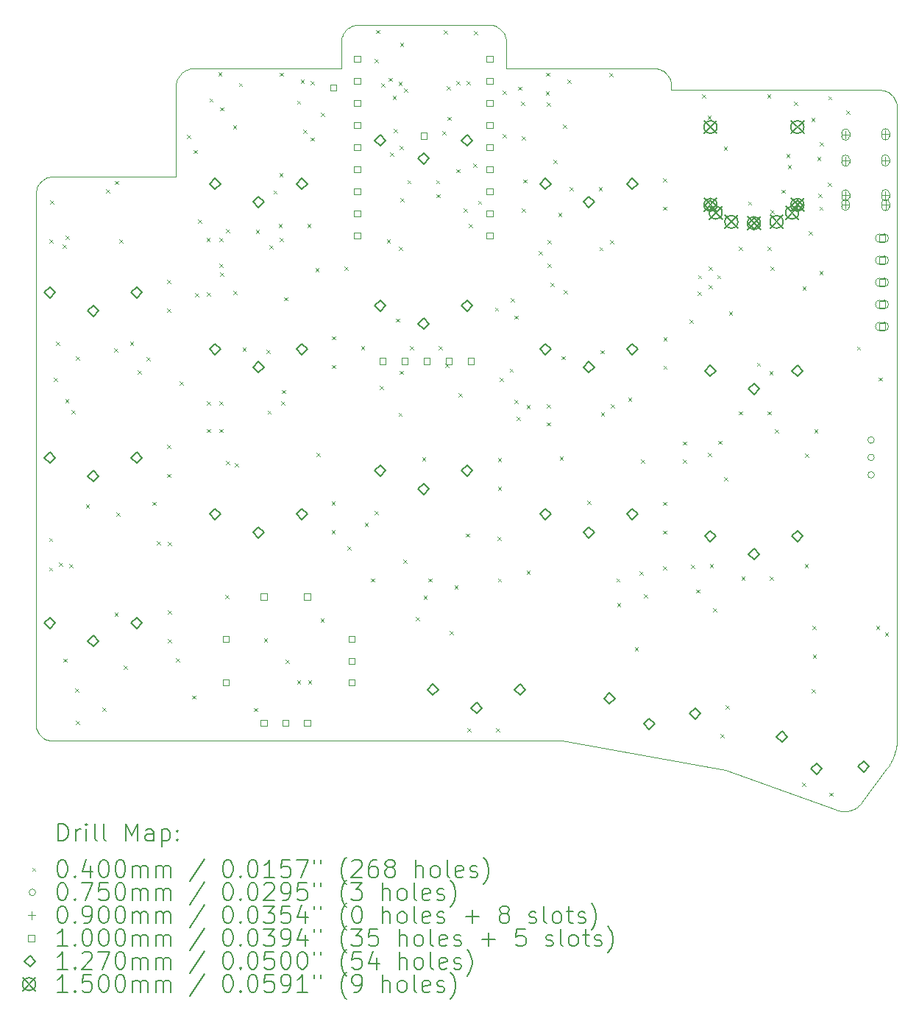
<source format=gbr>
%TF.GenerationSoftware,KiCad,Pcbnew,7.0.9*%
%TF.CreationDate,2023-12-02T05:11:02-05:00*%
%TF.ProjectId,bgkeeb,62676b65-6562-42e6-9b69-6361645f7063,rev?*%
%TF.SameCoordinates,Original*%
%TF.FileFunction,Drillmap*%
%TF.FilePolarity,Positive*%
%FSLAX45Y45*%
G04 Gerber Fmt 4.5, Leading zero omitted, Abs format (unit mm)*
G04 Created by KiCad (PCBNEW 7.0.9) date 2023-12-02 05:11:02*
%MOMM*%
%LPD*%
G01*
G04 APERTURE LIST*
%ADD10C,0.100000*%
%ADD11C,0.200000*%
%ADD12C,0.127000*%
%ADD13C,0.150000*%
G04 APERTURE END LIST*
D10*
X8950153Y-3308758D02*
X8950302Y-3298625D01*
X8950954Y-3288556D01*
X8952099Y-3278569D01*
X8953733Y-3268681D01*
X8957082Y-3254070D01*
X8961490Y-3239777D01*
X8966934Y-3225859D01*
X8973389Y-3212373D01*
X8980833Y-3199378D01*
X8986333Y-3191014D01*
X8992256Y-3182911D01*
X8998593Y-3175086D01*
X9005340Y-3167554D01*
X9008864Y-3163904D01*
X9008864Y-3163904D02*
X9016171Y-3156882D01*
X9023785Y-3150261D01*
X9031688Y-3144049D01*
X9039865Y-3138254D01*
X9052605Y-3130356D01*
X9065864Y-3123433D01*
X9079585Y-3117510D01*
X9093711Y-3112611D01*
X9108183Y-3108758D01*
X9117997Y-3106784D01*
X9127922Y-3105292D01*
X9137942Y-3104291D01*
X9148041Y-3103787D01*
X9153114Y-3103724D01*
X7262752Y-3603596D02*
X8953149Y-3603596D01*
X10847989Y-3603596D02*
X12549425Y-3603596D01*
X12691971Y-3663447D02*
X12698812Y-3670780D01*
X12708312Y-3682335D01*
X12716879Y-3694506D01*
X12724489Y-3707235D01*
X12731121Y-3720465D01*
X12736750Y-3734137D01*
X12741354Y-3748194D01*
X12744910Y-3762579D01*
X12747395Y-3777233D01*
X12748787Y-3792099D01*
X12749096Y-3802100D01*
X12749062Y-3807120D01*
X7111298Y-3666501D02*
X7118985Y-3659158D01*
X7126991Y-3652236D01*
X7135300Y-3645742D01*
X7143893Y-3639683D01*
X7152752Y-3634067D01*
X7161860Y-3628901D01*
X7171200Y-3624192D01*
X7180753Y-3619947D01*
X7190502Y-3616175D01*
X7200429Y-3612881D01*
X7210518Y-3610074D01*
X7220749Y-3607762D01*
X7231106Y-3605950D01*
X7241570Y-3604647D01*
X7252125Y-3603860D01*
X7262752Y-3603596D01*
X15144039Y-3853786D02*
X15154512Y-3854050D01*
X15164847Y-3854836D01*
X15175033Y-3856130D01*
X15185055Y-3857920D01*
X15194901Y-3860193D01*
X15204559Y-3862935D01*
X15223258Y-3869778D01*
X15241048Y-3878348D01*
X15257829Y-3888542D01*
X15273497Y-3900257D01*
X15287950Y-3913392D01*
X15301086Y-3927845D01*
X15312803Y-3943512D01*
X15322998Y-3960291D01*
X15331569Y-3978081D01*
X15338413Y-3996780D01*
X15341156Y-4006437D01*
X15343430Y-4016283D01*
X15345220Y-4026305D01*
X15346515Y-4036491D01*
X15347302Y-4046826D01*
X15347567Y-4057299D01*
X7048977Y-3818197D02*
X7049200Y-3807569D01*
X7049947Y-3797011D01*
X7051209Y-3786542D01*
X7052981Y-3776178D01*
X7055254Y-3765938D01*
X7058022Y-3755839D01*
X7061277Y-3745899D01*
X7065012Y-3736135D01*
X7069220Y-3726566D01*
X7073893Y-3717208D01*
X7079024Y-3708080D01*
X7084606Y-3699199D01*
X7090632Y-3690583D01*
X7097094Y-3682250D01*
X7103985Y-3674216D01*
X7111298Y-3666501D01*
X15348092Y-11305960D02*
X15347973Y-11317914D01*
X15347614Y-11329845D01*
X15347017Y-11341750D01*
X15346182Y-11353624D01*
X15345112Y-11365465D01*
X15343806Y-11377270D01*
X15342266Y-11389034D01*
X15340494Y-11400756D01*
X15338490Y-11412430D01*
X15336255Y-11424055D01*
X15333791Y-11435625D01*
X15331098Y-11447140D01*
X15328178Y-11458593D01*
X15325032Y-11469984D01*
X15321661Y-11481307D01*
X15318066Y-11492561D01*
X15314248Y-11503740D01*
X15310208Y-11514843D01*
X15305948Y-11525865D01*
X15301468Y-11536803D01*
X15296770Y-11547655D01*
X15291855Y-11558416D01*
X15286723Y-11569083D01*
X15281377Y-11579653D01*
X15275816Y-11590122D01*
X15270043Y-11600488D01*
X15264058Y-11610746D01*
X15257862Y-11620893D01*
X15251457Y-11630927D01*
X15244843Y-11640843D01*
X15238022Y-11650639D01*
X15230995Y-11660310D01*
X15347567Y-4057299D02*
X15348092Y-11305960D01*
X13369700Y-11671144D02*
X11493656Y-11340182D01*
X11493656Y-11340182D02*
X5629397Y-11340182D01*
X8953149Y-3603596D02*
X8950153Y-3308758D01*
X15230995Y-11660310D02*
X14943860Y-12047265D01*
X12749062Y-3807120D02*
X12748162Y-3853786D01*
X5628385Y-4852218D02*
X7052975Y-4853784D01*
X12748162Y-3853786D02*
X15144039Y-3853786D01*
X14943860Y-12047265D02*
X14937449Y-12055546D01*
X14930749Y-12063505D01*
X14923773Y-12071137D01*
X14916532Y-12078440D01*
X14909039Y-12085409D01*
X14901304Y-12092042D01*
X14893339Y-12098334D01*
X14885156Y-12104283D01*
X14876767Y-12109885D01*
X14868182Y-12115136D01*
X14859415Y-12120032D01*
X14850477Y-12124571D01*
X14841378Y-12128748D01*
X14832132Y-12132561D01*
X14813240Y-12139078D01*
X14793896Y-12144093D01*
X14784084Y-12146029D01*
X14774193Y-12147579D01*
X14764235Y-12148739D01*
X14754223Y-12149507D01*
X14744167Y-12149878D01*
X14734079Y-12149849D01*
X14723972Y-12149417D01*
X14713856Y-12148578D01*
X14703743Y-12147328D01*
X14693646Y-12145664D01*
X14683575Y-12143583D01*
X14673542Y-12141080D01*
X14663559Y-12138153D01*
X14653638Y-12134798D01*
X10792253Y-3163925D02*
X10799203Y-3171305D01*
X10805748Y-3178989D01*
X10811881Y-3186958D01*
X10817595Y-3195196D01*
X10822884Y-3203686D01*
X10830003Y-3216856D01*
X10836126Y-3230497D01*
X10841228Y-3244551D01*
X10845288Y-3258962D01*
X10847403Y-3268738D01*
X10849037Y-3278630D01*
X10850183Y-3288620D01*
X10850835Y-3298693D01*
X10850984Y-3308830D01*
X14653638Y-12134798D02*
X13369700Y-11671144D01*
X10647952Y-3103724D02*
X10658087Y-3103977D01*
X10668152Y-3104730D01*
X10678131Y-3105978D01*
X10688005Y-3107713D01*
X10697760Y-3109927D01*
X10712128Y-3114132D01*
X10726130Y-3119377D01*
X10739708Y-3125638D01*
X10752804Y-3132891D01*
X10761240Y-3138266D01*
X10769420Y-3144063D01*
X10777327Y-3150277D01*
X10784943Y-3156900D01*
X10792253Y-3163925D01*
X5629397Y-11340182D02*
X5610068Y-11339207D01*
X5591295Y-11336347D01*
X5573173Y-11331696D01*
X5555798Y-11325349D01*
X5539263Y-11317400D01*
X5523664Y-11307943D01*
X5509095Y-11297074D01*
X5495652Y-11284887D01*
X5483429Y-11271477D01*
X5472521Y-11256937D01*
X5463023Y-11241363D01*
X5455029Y-11224850D01*
X5448636Y-11207491D01*
X5443936Y-11189382D01*
X5441026Y-11170617D01*
X5440000Y-11151291D01*
X5440000Y-11151291D02*
X5440000Y-5040890D01*
X5440000Y-5040890D02*
X5440484Y-5026881D01*
X5441998Y-5013030D01*
X5444519Y-4999390D01*
X5448026Y-4986012D01*
X5452498Y-4972951D01*
X5457913Y-4960258D01*
X5464249Y-4947985D01*
X5471484Y-4936186D01*
X5479597Y-4924912D01*
X5488567Y-4914216D01*
X5495012Y-4907432D01*
X5495012Y-4907432D02*
X5505278Y-4897888D01*
X5516159Y-4889185D01*
X5527602Y-4881345D01*
X5539555Y-4874389D01*
X5551964Y-4868339D01*
X5564778Y-4863216D01*
X5577944Y-4859043D01*
X5591410Y-4855842D01*
X5605123Y-4853633D01*
X5619031Y-4852439D01*
X5628385Y-4852218D01*
X12549425Y-3603596D02*
X12559451Y-3603847D01*
X12574353Y-3605157D01*
X12589040Y-3607564D01*
X12603457Y-3611044D01*
X12617545Y-3615574D01*
X12631247Y-3621130D01*
X12644506Y-3627686D01*
X12657266Y-3635220D01*
X12669468Y-3643708D01*
X12681055Y-3653125D01*
X12688411Y-3659907D01*
X12691971Y-3663447D01*
X10850984Y-3308830D02*
X10847989Y-3603596D01*
X9153114Y-3103724D02*
X10647952Y-3103724D01*
X7052975Y-4853784D02*
X7048977Y-3818197D01*
D11*
D10*
X5590259Y-9005840D02*
X5630259Y-9045840D01*
X5630259Y-9005840D02*
X5590259Y-9045840D01*
X5590259Y-9342840D02*
X5630259Y-9382840D01*
X5630259Y-9342840D02*
X5590259Y-9382840D01*
X5595259Y-5568840D02*
X5635259Y-5608840D01*
X5635259Y-5568840D02*
X5595259Y-5608840D01*
X5604139Y-5119950D02*
X5644139Y-5159950D01*
X5644139Y-5119950D02*
X5604139Y-5159950D01*
X5642259Y-7162840D02*
X5682259Y-7202840D01*
X5682259Y-7162840D02*
X5642259Y-7202840D01*
X5671449Y-6745550D02*
X5711449Y-6785550D01*
X5711449Y-6745550D02*
X5671449Y-6785550D01*
X5704469Y-9288090D02*
X5744469Y-9328090D01*
X5744469Y-9288090D02*
X5704469Y-9328090D01*
X5746259Y-5629840D02*
X5786259Y-5669840D01*
X5786259Y-5629840D02*
X5746259Y-5669840D01*
X5754259Y-10393840D02*
X5794259Y-10433840D01*
X5794259Y-10393840D02*
X5754259Y-10433840D01*
X5775589Y-7407220D02*
X5815589Y-7447220D01*
X5815589Y-7407220D02*
X5775589Y-7447220D01*
X5780669Y-5527620D02*
X5820669Y-5567620D01*
X5820669Y-5527620D02*
X5780669Y-5567620D01*
X5820039Y-9304600D02*
X5860039Y-9344600D01*
X5860039Y-9304600D02*
X5820039Y-9344600D01*
X5850259Y-7534840D02*
X5890259Y-7574840D01*
X5890259Y-7534840D02*
X5850259Y-7574840D01*
X5891159Y-10734620D02*
X5931159Y-10774620D01*
X5931159Y-10734620D02*
X5891159Y-10774620D01*
X5897509Y-6920810D02*
X5937509Y-6960810D01*
X5937509Y-6920810D02*
X5897509Y-6960810D01*
X5898779Y-11110540D02*
X5938779Y-11150540D01*
X5938779Y-11110540D02*
X5898779Y-11150540D01*
X6013079Y-8621340D02*
X6053079Y-8661340D01*
X6053079Y-8621340D02*
X6013079Y-8661340D01*
X6206119Y-10958140D02*
X6246119Y-10998140D01*
X6246119Y-10958140D02*
X6206119Y-10998140D01*
X6248029Y-4995490D02*
X6288029Y-5035490D01*
X6288029Y-4995490D02*
X6248029Y-5035490D01*
X6339469Y-6825560D02*
X6379469Y-6865560D01*
X6379469Y-6825560D02*
X6339469Y-6865560D01*
X6343279Y-9865940D02*
X6383279Y-9905940D01*
X6383279Y-9865940D02*
X6343279Y-9905940D01*
X6344548Y-4897989D02*
X6384548Y-4937989D01*
X6384548Y-4897989D02*
X6344548Y-4937989D01*
X6362329Y-8715320D02*
X6402329Y-8755320D01*
X6402329Y-8715320D02*
X6362329Y-8755320D01*
X6397889Y-5570800D02*
X6437889Y-5610800D01*
X6437889Y-5570800D02*
X6397889Y-5610800D01*
X6447419Y-10473000D02*
X6487419Y-10513000D01*
X6487419Y-10473000D02*
X6447419Y-10513000D01*
X6521079Y-6746510D02*
X6561079Y-6786510D01*
X6561079Y-6746510D02*
X6521079Y-6786510D01*
X6609979Y-7077020D02*
X6649979Y-7117020D01*
X6649979Y-7077020D02*
X6609979Y-7117020D01*
X6710309Y-6927160D02*
X6750309Y-6967160D01*
X6750309Y-6927160D02*
X6710309Y-6967160D01*
X6778889Y-8590860D02*
X6818889Y-8630860D01*
X6818889Y-8590860D02*
X6778889Y-8630860D01*
X6830959Y-9040440D02*
X6870959Y-9080440D01*
X6870959Y-9040440D02*
X6830959Y-9080440D01*
X6946529Y-6035720D02*
X6986529Y-6075720D01*
X6986529Y-6035720D02*
X6946529Y-6075720D01*
X6946529Y-6367090D02*
X6986529Y-6407090D01*
X6986529Y-6367090D02*
X6946529Y-6407090D01*
X6947799Y-7936910D02*
X6987799Y-7976910D01*
X6987799Y-7936910D02*
X6947799Y-7976910D01*
X6949819Y-8268280D02*
X6989819Y-8308280D01*
X6989819Y-8268280D02*
X6949819Y-8308280D01*
X6957259Y-9050840D02*
X6997259Y-9090840D01*
X6997259Y-9050840D02*
X6957259Y-9090840D01*
X6957959Y-9841910D02*
X6997959Y-9881910D01*
X6997959Y-9841910D02*
X6957959Y-9881910D01*
X6957959Y-10171910D02*
X6997959Y-10211910D01*
X6997959Y-10171910D02*
X6957959Y-10211910D01*
X7047259Y-10391840D02*
X7087259Y-10431840D01*
X7087259Y-10391840D02*
X7047259Y-10431840D01*
X7095119Y-7205290D02*
X7135119Y-7245290D01*
X7135119Y-7205290D02*
X7095119Y-7245290D01*
X7177669Y-4370650D02*
X7217669Y-4410650D01*
X7217669Y-4370650D02*
X7177669Y-4410650D01*
X7237359Y-10815900D02*
X7277359Y-10855900D01*
X7277359Y-10815900D02*
X7237359Y-10855900D01*
X7252599Y-4543370D02*
X7292599Y-4583370D01*
X7292599Y-4543370D02*
X7252599Y-4583370D01*
X7271259Y-6186840D02*
X7311259Y-6226840D01*
X7311259Y-6186840D02*
X7271259Y-6226840D01*
X7303259Y-5343840D02*
X7343259Y-5383840D01*
X7343259Y-5343840D02*
X7303259Y-5383840D01*
X7402459Y-5551750D02*
X7442459Y-5591750D01*
X7442459Y-5551750D02*
X7402459Y-5591750D01*
X7407229Y-6181670D02*
X7447229Y-6221670D01*
X7447229Y-6181670D02*
X7407229Y-6221670D01*
X7407229Y-7431350D02*
X7447229Y-7471350D01*
X7447229Y-7431350D02*
X7407229Y-7471350D01*
X7407229Y-7751870D02*
X7447229Y-7791870D01*
X7447229Y-7751870D02*
X7407229Y-7791870D01*
X7434209Y-3950280D02*
X7474209Y-3990280D01*
X7474209Y-3950280D02*
X7434209Y-3990280D01*
X7535809Y-3648596D02*
X7575809Y-3688596D01*
X7575809Y-3648596D02*
X7535809Y-3688596D01*
X7552629Y-5551750D02*
X7592629Y-5591750D01*
X7592629Y-5551750D02*
X7552629Y-5591750D01*
X7552629Y-5848930D02*
X7592629Y-5888930D01*
X7592629Y-5848930D02*
X7552629Y-5888930D01*
X7552629Y-7431350D02*
X7592629Y-7471350D01*
X7592629Y-7431350D02*
X7552629Y-7471350D01*
X7552629Y-7751390D02*
X7592629Y-7791390D01*
X7592629Y-7751390D02*
X7552629Y-7791390D01*
X7558259Y-5953840D02*
X7598259Y-5993840D01*
X7598259Y-5953840D02*
X7558259Y-5993840D01*
X7559259Y-4051840D02*
X7599259Y-4091840D01*
X7599259Y-4051840D02*
X7559259Y-4091840D01*
X7615259Y-9659840D02*
X7655259Y-9699840D01*
X7655259Y-9659840D02*
X7615259Y-9699840D01*
X7624709Y-8117150D02*
X7664709Y-8157150D01*
X7664709Y-8117150D02*
X7624709Y-8157150D01*
X7625259Y-5455840D02*
X7665259Y-5495840D01*
X7665259Y-5455840D02*
X7625259Y-5495840D01*
X7705989Y-4258890D02*
X7745989Y-4298890D01*
X7745989Y-4258890D02*
X7705989Y-4298890D01*
X7709799Y-6161350D02*
X7749799Y-6201350D01*
X7749799Y-6161350D02*
X7709799Y-6201350D01*
X7730119Y-8147630D02*
X7770119Y-8187630D01*
X7770119Y-8147630D02*
X7730119Y-8187630D01*
X7773299Y-3773047D02*
X7813299Y-3813047D01*
X7813299Y-3773047D02*
X7773299Y-3813047D01*
X7815259Y-6816840D02*
X7855259Y-6856840D01*
X7855259Y-6816840D02*
X7815259Y-6856840D01*
X7949981Y-10961490D02*
X7989981Y-11001490D01*
X7989981Y-10961490D02*
X7949981Y-11001490D01*
X7968259Y-5458840D02*
X8008259Y-5498840D01*
X8008259Y-5458840D02*
X7968259Y-5498840D01*
X8062859Y-10158040D02*
X8102859Y-10198040D01*
X8102859Y-10158040D02*
X8062859Y-10198040D01*
X8094259Y-6838840D02*
X8134259Y-6878840D01*
X8134259Y-6838840D02*
X8094259Y-6878840D01*
X8105259Y-7540840D02*
X8145259Y-7580840D01*
X8145259Y-7540840D02*
X8105259Y-7580840D01*
X8125089Y-5641920D02*
X8165089Y-5681920D01*
X8165089Y-5641920D02*
X8125089Y-5681920D01*
X8171259Y-5007840D02*
X8211259Y-5047840D01*
X8211259Y-5007840D02*
X8171259Y-5047840D01*
X8231869Y-5396810D02*
X8271869Y-5436810D01*
X8271869Y-5396810D02*
X8231869Y-5436810D01*
X8239259Y-4810840D02*
X8279259Y-4850840D01*
X8279259Y-4810840D02*
X8239259Y-4850840D01*
X8241929Y-3653100D02*
X8281929Y-3693100D01*
X8281929Y-3653100D02*
X8241929Y-3693100D01*
X8243199Y-5551750D02*
X8283199Y-5591750D01*
X8283199Y-5551750D02*
X8243199Y-5591750D01*
X8260979Y-7431350D02*
X8300979Y-7471350D01*
X8300979Y-7431350D02*
X8260979Y-7471350D01*
X8271259Y-7302840D02*
X8311259Y-7342840D01*
X8311259Y-7302840D02*
X8271259Y-7342840D01*
X8297259Y-6236840D02*
X8337259Y-6276840D01*
X8337259Y-6236840D02*
X8297259Y-6276840D01*
X8309239Y-10406960D02*
X8349239Y-10446960D01*
X8349239Y-10406960D02*
X8309239Y-10446960D01*
X8443859Y-3975680D02*
X8483859Y-4015680D01*
X8483859Y-3975680D02*
X8443859Y-4015680D01*
X8443859Y-10640640D02*
X8483859Y-10680640D01*
X8483859Y-10640640D02*
X8443859Y-10680640D01*
X8484499Y-3732150D02*
X8524499Y-3772150D01*
X8524499Y-3732150D02*
X8484499Y-3772150D01*
X8517519Y-4309690D02*
X8557519Y-4349690D01*
X8557519Y-4309690D02*
X8517519Y-4349690D01*
X8561869Y-5396810D02*
X8601869Y-5436810D01*
X8601869Y-5396810D02*
X8561869Y-5436810D01*
X8570859Y-10640640D02*
X8610859Y-10680640D01*
X8610859Y-10640640D02*
X8570859Y-10680640D01*
X8601339Y-3748350D02*
X8641339Y-3788350D01*
X8641339Y-3748350D02*
X8601339Y-3788350D01*
X8601339Y-4398590D02*
X8641339Y-4438590D01*
X8641339Y-4398590D02*
X8601339Y-4438590D01*
X8654044Y-5900365D02*
X8694044Y-5940365D01*
X8694044Y-5900365D02*
X8654044Y-5940365D01*
X8665209Y-8026611D02*
X8705209Y-8066611D01*
X8705209Y-8026611D02*
X8665209Y-8066611D01*
X8713099Y-9931980D02*
X8753099Y-9971980D01*
X8753099Y-9931980D02*
X8713099Y-9971980D01*
X8720719Y-4116650D02*
X8760719Y-4156650D01*
X8760719Y-4116650D02*
X8720719Y-4156650D01*
X8841369Y-8587150D02*
X8881369Y-8627150D01*
X8881369Y-8587150D02*
X8841369Y-8627150D01*
X8841369Y-8917150D02*
X8881369Y-8957150D01*
X8881369Y-8917150D02*
X8841369Y-8957150D01*
X8847719Y-6685960D02*
X8887719Y-6725960D01*
X8887719Y-6685960D02*
X8847719Y-6725960D01*
X8847719Y-7015960D02*
X8887719Y-7055960D01*
X8887719Y-7015960D02*
X8847719Y-7055960D01*
X8987259Y-5887840D02*
X9027259Y-5927840D01*
X9027259Y-5887840D02*
X8987259Y-5927840D01*
X9025519Y-9101400D02*
X9065519Y-9141400D01*
X9065519Y-9101400D02*
X9025519Y-9141400D01*
X9178879Y-6800160D02*
X9218879Y-6840160D01*
X9218879Y-6800160D02*
X9178879Y-6840160D01*
X9221099Y-8829620D02*
X9261099Y-8869620D01*
X9261099Y-8829620D02*
X9221099Y-8869620D01*
X9293489Y-9470970D02*
X9333489Y-9510970D01*
X9333489Y-9470970D02*
X9293489Y-9510970D01*
X9337939Y-8696270D02*
X9377939Y-8736270D01*
X9377939Y-8696270D02*
X9337939Y-8736270D01*
X9338759Y-3495340D02*
X9378759Y-3535340D01*
X9378759Y-3495340D02*
X9338759Y-3535340D01*
X9350639Y-3162880D02*
X9390639Y-3202880D01*
X9390639Y-3162880D02*
X9350639Y-3202880D01*
X9394259Y-7258840D02*
X9434259Y-7298840D01*
X9434259Y-7258840D02*
X9394259Y-7298840D01*
X9410259Y-3774840D02*
X9450259Y-3814840D01*
X9450259Y-3774840D02*
X9410259Y-3814840D01*
X9475099Y-5574300D02*
X9515099Y-5614300D01*
X9515099Y-5574300D02*
X9475099Y-5614300D01*
X9495259Y-3712840D02*
X9535259Y-3752840D01*
X9535259Y-3712840D02*
X9495259Y-3752840D01*
X9511259Y-4572840D02*
X9551259Y-4612840D01*
X9551259Y-4572840D02*
X9511259Y-4612840D01*
X9543679Y-3921070D02*
X9583679Y-3961070D01*
X9583679Y-3921070D02*
X9543679Y-3961070D01*
X9559259Y-4302840D02*
X9599259Y-4342840D01*
X9599259Y-4302840D02*
X9559259Y-4342840D01*
X9584259Y-6482840D02*
X9624259Y-6522840D01*
X9624259Y-6482840D02*
X9584259Y-6522840D01*
X9612259Y-3757240D02*
X9652259Y-3797240D01*
X9652259Y-3757240D02*
X9612259Y-3797240D01*
X9612259Y-7565970D02*
X9652259Y-7605970D01*
X9652259Y-7565970D02*
X9612259Y-7605970D01*
X9616069Y-5653350D02*
X9656069Y-5693350D01*
X9656069Y-5653350D02*
X9616069Y-5693350D01*
X9622419Y-7082410D02*
X9662419Y-7122410D01*
X9662419Y-7082410D02*
X9622419Y-7122410D01*
X9626259Y-4498840D02*
X9666259Y-4538840D01*
X9666259Y-4498840D02*
X9626259Y-4538840D01*
X9628259Y-3311840D02*
X9668259Y-3351840D01*
X9668259Y-3311840D02*
X9628259Y-3351840D01*
X9632259Y-5099840D02*
X9672259Y-5139840D01*
X9672259Y-5099840D02*
X9632259Y-5139840D01*
X9668139Y-9252530D02*
X9708139Y-9292530D01*
X9708139Y-9252530D02*
X9668139Y-9292530D01*
X9673310Y-3836441D02*
X9713310Y-3876441D01*
X9713310Y-3836441D02*
X9673310Y-3876441D01*
X9712689Y-4890080D02*
X9752689Y-4930080D01*
X9752689Y-4890080D02*
X9712689Y-4930080D01*
X9743169Y-6800160D02*
X9783169Y-6840160D01*
X9783169Y-6800160D02*
X9743169Y-6840160D01*
X9807839Y-9916740D02*
X9847839Y-9956740D01*
X9847839Y-9916740D02*
X9807839Y-9956740D01*
X9883259Y-8079840D02*
X9923259Y-8119840D01*
X9923259Y-8079840D02*
X9883259Y-8119840D01*
X9899259Y-9668840D02*
X9939259Y-9708840D01*
X9939259Y-9668840D02*
X9899259Y-9708840D01*
X9954199Y-9470970D02*
X9994199Y-9510970D01*
X9994199Y-9470970D02*
X9954199Y-9510970D01*
X10042689Y-4890080D02*
X10082689Y-4930080D01*
X10082689Y-4890080D02*
X10042689Y-4930080D01*
X10046599Y-5051370D02*
X10086599Y-5091370D01*
X10086599Y-5051370D02*
X10046599Y-5091370D01*
X10073169Y-6800160D02*
X10113169Y-6840160D01*
X10113169Y-6800160D02*
X10073169Y-6840160D01*
X10112259Y-4329840D02*
X10152259Y-4369840D01*
X10152259Y-4329840D02*
X10112259Y-4369840D01*
X10132959Y-3166690D02*
X10172959Y-3206690D01*
X10172959Y-3166690D02*
X10132959Y-3206690D01*
X10150739Y-7003360D02*
X10190739Y-7043360D01*
X10190739Y-7003360D02*
X10150739Y-7043360D01*
X10168259Y-3812840D02*
X10208259Y-3852840D01*
X10208259Y-3812840D02*
X10168259Y-3852840D01*
X10171259Y-4161840D02*
X10211259Y-4201840D01*
X10211259Y-4161840D02*
X10171259Y-4201840D01*
X10200269Y-10072950D02*
X10240269Y-10112950D01*
X10240269Y-10072950D02*
X10200269Y-10112950D01*
X10254879Y-9550020D02*
X10294879Y-9590020D01*
X10294879Y-9550020D02*
X10254879Y-9590020D01*
X10275290Y-3751715D02*
X10315290Y-3791715D01*
X10315290Y-3751715D02*
X10275290Y-3791715D01*
X10276259Y-4763840D02*
X10316259Y-4803840D01*
X10316259Y-4763840D02*
X10276259Y-4803840D01*
X10303259Y-7340840D02*
X10343259Y-7380840D01*
X10343259Y-7340840D02*
X10303259Y-7380840D01*
X10359019Y-5213930D02*
X10399019Y-5253930D01*
X10399019Y-5213930D02*
X10359019Y-5253930D01*
X10384419Y-8954080D02*
X10424419Y-8994080D01*
X10424419Y-8954080D02*
X10384419Y-8994080D01*
X10394259Y-3748840D02*
X10434259Y-3788840D01*
X10434259Y-3748840D02*
X10394259Y-3788840D01*
X10402299Y-11191820D02*
X10442299Y-11231820D01*
X10442299Y-11191820D02*
X10402299Y-11231820D01*
X10419259Y-5392840D02*
X10459259Y-5432840D01*
X10459259Y-5392840D02*
X10419259Y-5432840D01*
X10471259Y-4699840D02*
X10511259Y-4739840D01*
X10511259Y-4699840D02*
X10471259Y-4739840D01*
X10480939Y-3178120D02*
X10520939Y-3218120D01*
X10520939Y-3178120D02*
X10480939Y-3218120D01*
X10526259Y-5127840D02*
X10566259Y-5167840D01*
X10566259Y-5127840D02*
X10526259Y-5167840D01*
X10719699Y-6355660D02*
X10759699Y-6395660D01*
X10759699Y-6355660D02*
X10719699Y-6395660D01*
X10732299Y-11191820D02*
X10772299Y-11231820D01*
X10772299Y-11191820D02*
X10732299Y-11231820D01*
X10749259Y-8991840D02*
X10789259Y-9031840D01*
X10789259Y-8991840D02*
X10749259Y-9031840D01*
X10755259Y-8086770D02*
X10795259Y-8126770D01*
X10795259Y-8086770D02*
X10755259Y-8126770D01*
X10755259Y-8416770D02*
X10795259Y-8456770D01*
X10795259Y-8416770D02*
X10755259Y-8456770D01*
X10755259Y-9470970D02*
X10795259Y-9510970D01*
X10795259Y-9470970D02*
X10755259Y-9510970D01*
X10773039Y-7164650D02*
X10813039Y-7204650D01*
X10813039Y-7164650D02*
X10773039Y-7204650D01*
X10807259Y-3859840D02*
X10847259Y-3899840D01*
X10847259Y-3859840D02*
X10807259Y-3899840D01*
X10807259Y-4362840D02*
X10847259Y-4402840D01*
X10847259Y-4362840D02*
X10807259Y-4402840D01*
X10890531Y-7057319D02*
X10930531Y-7097319D01*
X10930531Y-7057319D02*
X10890531Y-7097319D01*
X10902579Y-6248980D02*
X10942579Y-6288980D01*
X10942579Y-6248980D02*
X10902579Y-6288980D01*
X10945759Y-7414840D02*
X10985759Y-7454840D01*
X10985759Y-7414840D02*
X10945759Y-7454840D01*
X10946259Y-6448840D02*
X10986259Y-6488840D01*
X10986259Y-6448840D02*
X10946259Y-6488840D01*
X10972429Y-7609150D02*
X11012429Y-7649150D01*
X11012429Y-7609150D02*
X10972429Y-7649150D01*
X10986399Y-3815660D02*
X11026399Y-3855660D01*
X11026399Y-3815660D02*
X10986399Y-3855660D01*
X11021259Y-3987840D02*
X11061259Y-4027840D01*
X11061259Y-3987840D02*
X11021259Y-4027840D01*
X11027039Y-4385890D02*
X11067039Y-4425890D01*
X11067039Y-4385890D02*
X11027039Y-4425890D01*
X11032259Y-5217840D02*
X11072259Y-5257840D01*
X11072259Y-5217840D02*
X11032259Y-5257840D01*
X11047929Y-4881510D02*
X11087929Y-4921510D01*
X11087929Y-4881510D02*
X11047929Y-4921510D01*
X11084189Y-9383340D02*
X11124189Y-9423340D01*
X11124189Y-9383340D02*
X11084189Y-9423340D01*
X11085443Y-7475817D02*
X11125443Y-7515817D01*
X11125443Y-7475817D02*
X11085443Y-7515817D01*
X11224259Y-5709840D02*
X11264259Y-5749840D01*
X11264259Y-5709840D02*
X11224259Y-5749840D01*
X11303899Y-3871540D02*
X11343899Y-3911540D01*
X11343899Y-3871540D02*
X11303899Y-3911540D01*
X11307709Y-3654370D02*
X11347709Y-3694370D01*
X11347709Y-3654370D02*
X11307709Y-3694370D01*
X11317869Y-7469450D02*
X11357869Y-7509450D01*
X11357869Y-7469450D02*
X11317869Y-7509450D01*
X11319259Y-3995840D02*
X11359259Y-4035840D01*
X11359259Y-3995840D02*
X11319259Y-4035840D01*
X11320259Y-7674840D02*
X11360259Y-7714840D01*
X11360259Y-7674840D02*
X11320259Y-7714840D01*
X11328339Y-5580960D02*
X11368339Y-5620960D01*
X11368339Y-5580960D02*
X11328339Y-5620960D01*
X11328339Y-5854010D02*
X11368339Y-5894010D01*
X11368339Y-5854010D02*
X11328339Y-5894010D01*
X11359259Y-6070840D02*
X11399259Y-6110840D01*
X11399259Y-6070840D02*
X11359259Y-6110840D01*
X11393259Y-4656840D02*
X11433259Y-4696840D01*
X11433259Y-4656840D02*
X11393259Y-4696840D01*
X11449259Y-5266840D02*
X11489259Y-5306840D01*
X11489259Y-5266840D02*
X11449259Y-5306840D01*
X11465189Y-8067620D02*
X11505189Y-8107620D01*
X11505189Y-8067620D02*
X11465189Y-8107620D01*
X11489259Y-6912840D02*
X11529259Y-6952840D01*
X11529259Y-6912840D02*
X11489259Y-6952840D01*
X11502019Y-4253810D02*
X11542019Y-4293810D01*
X11542019Y-4253810D02*
X11502019Y-4293810D01*
X11512179Y-6155000D02*
X11552179Y-6195000D01*
X11552179Y-6155000D02*
X11512179Y-6195000D01*
X11556629Y-3733420D02*
X11596629Y-3773420D01*
X11596629Y-3733420D02*
X11556629Y-3773420D01*
X11577259Y-4968840D02*
X11617259Y-5008840D01*
X11617259Y-4968840D02*
X11577259Y-5008840D01*
X11784259Y-8576840D02*
X11824259Y-8616840D01*
X11824259Y-8576840D02*
X11784259Y-8616840D01*
X11915259Y-4969840D02*
X11955259Y-5009840D01*
X11955259Y-4969840D02*
X11915259Y-5009840D01*
X11923659Y-5660010D02*
X11963659Y-5700010D01*
X11963659Y-5660010D02*
X11923659Y-5700010D01*
X11936259Y-6846840D02*
X11976259Y-6886840D01*
X11976259Y-6846840D02*
X11936259Y-6886840D01*
X11940169Y-7559620D02*
X11980169Y-7599620D01*
X11980169Y-7559620D02*
X11940169Y-7599620D01*
X12036689Y-3655640D02*
X12076689Y-3695640D01*
X12076689Y-3655640D02*
X12036689Y-3695640D01*
X12043039Y-5580960D02*
X12083039Y-5620960D01*
X12083039Y-5580960D02*
X12043039Y-5620960D01*
X12054469Y-7469450D02*
X12094469Y-7509450D01*
X12094469Y-7469450D02*
X12054469Y-7509450D01*
X12117009Y-9470970D02*
X12157009Y-9510970D01*
X12157009Y-9470970D02*
X12117009Y-9510970D01*
X12126859Y-9754440D02*
X12166859Y-9794440D01*
X12166859Y-9754440D02*
X12126859Y-9794440D01*
X12253859Y-7390400D02*
X12293859Y-7430400D01*
X12293859Y-7390400D02*
X12253859Y-7430400D01*
X12328789Y-10264720D02*
X12368789Y-10304720D01*
X12368789Y-10264720D02*
X12328789Y-10304720D01*
X12383399Y-9388420D02*
X12423399Y-9428420D01*
X12423399Y-9388420D02*
X12383399Y-9428420D01*
X12402449Y-8103180D02*
X12442449Y-8143180D01*
X12442449Y-8103180D02*
X12402449Y-8143180D01*
X12432559Y-9652951D02*
X12472559Y-9692951D01*
X12472559Y-9652951D02*
X12432559Y-9692951D01*
X12652639Y-4866050D02*
X12692639Y-4906050D01*
X12692639Y-4866050D02*
X12652639Y-4906050D01*
X12652639Y-5196050D02*
X12692639Y-5236050D01*
X12692639Y-5196050D02*
X12652639Y-5236050D01*
X12653909Y-8589690D02*
X12693909Y-8629690D01*
X12693909Y-8589690D02*
X12653909Y-8629690D01*
X12653909Y-8919690D02*
X12693909Y-8959690D01*
X12693909Y-8919690D02*
X12653909Y-8959690D01*
X12656259Y-9333840D02*
X12696259Y-9373840D01*
X12696259Y-9333840D02*
X12656259Y-9373840D01*
X12660259Y-6694850D02*
X12700259Y-6734850D01*
X12700259Y-6694850D02*
X12660259Y-6734850D01*
X12660259Y-7024850D02*
X12700259Y-7064850D01*
X12700259Y-7024850D02*
X12660259Y-7064850D01*
X12885259Y-7895840D02*
X12925259Y-7935840D01*
X12925259Y-7895840D02*
X12885259Y-7935840D01*
X12886319Y-8103180D02*
X12926319Y-8143180D01*
X12926319Y-8103180D02*
X12886319Y-8143180D01*
X12958259Y-6494840D02*
X12998259Y-6534840D01*
X12998259Y-6494840D02*
X12958259Y-6534840D01*
X12979029Y-9313490D02*
X13019029Y-9353490D01*
X13019029Y-9313490D02*
X12979029Y-9353490D01*
X13036179Y-9597970D02*
X13076179Y-9637970D01*
X13076179Y-9597970D02*
X13036179Y-9637970D01*
X13051259Y-6171840D02*
X13091259Y-6211840D01*
X13091259Y-6171840D02*
X13051259Y-6211840D01*
X13058259Y-5981840D02*
X13098259Y-6021840D01*
X13098259Y-5981840D02*
X13058259Y-6021840D01*
X13102219Y-3903030D02*
X13142219Y-3943030D01*
X13142219Y-3903030D02*
X13102219Y-3943030D01*
X13168259Y-4150940D02*
X13208259Y-4190940D01*
X13208259Y-4150940D02*
X13168259Y-4190940D01*
X13172069Y-8024650D02*
X13212069Y-8064650D01*
X13212069Y-8024650D02*
X13172069Y-8064650D01*
X13182539Y-5885760D02*
X13222539Y-5925760D01*
X13222539Y-5885760D02*
X13182539Y-5925760D01*
X13182539Y-6096580D02*
X13222539Y-6136580D01*
X13222539Y-6096580D02*
X13182539Y-6136580D01*
X13192996Y-9307804D02*
X13232996Y-9347804D01*
X13232996Y-9307804D02*
X13192996Y-9347804D01*
X13229219Y-9811330D02*
X13269219Y-9851330D01*
X13269219Y-9811330D02*
X13229219Y-9851330D01*
X13277259Y-5981840D02*
X13317259Y-6021840D01*
X13317259Y-5981840D02*
X13277259Y-6021840D01*
X13288259Y-7886840D02*
X13328259Y-7926840D01*
X13328259Y-7886840D02*
X13288259Y-7926840D01*
X13318119Y-11259130D02*
X13358119Y-11299130D01*
X13358119Y-11259130D02*
X13318119Y-11299130D01*
X13353679Y-4505270D02*
X13393679Y-4545270D01*
X13393679Y-4505270D02*
X13353679Y-4545270D01*
X13357489Y-8305110D02*
X13397489Y-8345110D01*
X13397489Y-8305110D02*
X13357489Y-8345110D01*
X13374711Y-10934077D02*
X13414711Y-10974077D01*
X13414711Y-10934077D02*
X13374711Y-10974077D01*
X13413369Y-6400110D02*
X13453369Y-6440110D01*
X13453369Y-6400110D02*
X13413369Y-6440110D01*
X13525229Y-5653350D02*
X13565229Y-5693350D01*
X13565229Y-5653350D02*
X13525229Y-5693350D01*
X13527769Y-7549460D02*
X13567769Y-7589460D01*
X13567769Y-7549460D02*
X13527769Y-7589460D01*
X13555709Y-9449380D02*
X13595709Y-9489380D01*
X13595709Y-9449380D02*
X13555709Y-9489380D01*
X13633108Y-5135219D02*
X13673108Y-5175219D01*
X13673108Y-5135219D02*
X13633108Y-5175219D01*
X13734259Y-6988840D02*
X13774259Y-7028840D01*
X13774259Y-6988840D02*
X13734259Y-7028840D01*
X13854059Y-3903030D02*
X13894059Y-3943030D01*
X13894059Y-3903030D02*
X13854059Y-3943030D01*
X13855229Y-5653350D02*
X13895229Y-5693350D01*
X13895229Y-5653350D02*
X13855229Y-5693350D01*
X13857769Y-7549460D02*
X13897769Y-7589460D01*
X13897769Y-7549460D02*
X13857769Y-7589460D01*
X13878259Y-7084840D02*
X13918259Y-7124840D01*
X13918259Y-7084840D02*
X13878259Y-7124840D01*
X13885709Y-9449380D02*
X13925709Y-9489380D01*
X13925709Y-9449380D02*
X13885709Y-9489380D01*
X13888259Y-5233840D02*
X13928259Y-5273840D01*
X13928259Y-5233840D02*
X13888259Y-5273840D01*
X13893429Y-5885760D02*
X13933429Y-5925760D01*
X13933429Y-5885760D02*
X13893429Y-5925760D01*
X13944229Y-7753930D02*
X13984229Y-7793930D01*
X13984229Y-7753930D02*
X13944229Y-7793930D01*
X14016259Y-5000840D02*
X14056259Y-5040840D01*
X14056259Y-5000840D02*
X14016259Y-5040840D01*
X14073259Y-4588840D02*
X14113259Y-4628840D01*
X14113259Y-4588840D02*
X14073259Y-4628840D01*
X14089259Y-4717840D02*
X14129259Y-4757840D01*
X14129259Y-4717840D02*
X14089259Y-4757840D01*
X14163939Y-3987170D02*
X14203939Y-4027170D01*
X14203939Y-3987170D02*
X14163939Y-4027170D01*
X14257810Y-11822457D02*
X14297810Y-11862457D01*
X14297810Y-11822457D02*
X14257810Y-11862457D01*
X14259259Y-6115840D02*
X14299259Y-6155840D01*
X14299259Y-6115840D02*
X14259259Y-6155840D01*
X14284589Y-9308410D02*
X14324589Y-9348410D01*
X14324589Y-9308410D02*
X14284589Y-9348410D01*
X14287129Y-8038410D02*
X14327129Y-8078410D01*
X14327129Y-8038410D02*
X14287129Y-8078410D01*
X14331579Y-5479360D02*
X14371579Y-5519360D01*
X14371579Y-5479360D02*
X14331579Y-5519360D01*
X14360259Y-4174840D02*
X14400259Y-4214840D01*
X14400259Y-4174840D02*
X14360259Y-4214840D01*
X14363329Y-10743510D02*
X14403329Y-10783510D01*
X14403329Y-10743510D02*
X14363329Y-10783510D01*
X14370949Y-10015800D02*
X14410949Y-10055800D01*
X14410949Y-10015800D02*
X14370949Y-10055800D01*
X14377299Y-10348540D02*
X14417299Y-10388540D01*
X14417299Y-10348540D02*
X14377299Y-10388540D01*
X14393809Y-7753930D02*
X14433809Y-7793930D01*
X14433809Y-7753930D02*
X14393809Y-7793930D01*
X14429369Y-4623380D02*
X14469369Y-4663380D01*
X14469369Y-4623380D02*
X14429369Y-4663380D01*
X14442069Y-5047560D02*
X14482069Y-5087560D01*
X14482069Y-5047560D02*
X14442069Y-5087560D01*
X14453499Y-5936560D02*
X14493499Y-5976560D01*
X14493499Y-5936560D02*
X14453499Y-5976560D01*
X14455259Y-5193840D02*
X14495259Y-5233840D01*
X14495259Y-5193840D02*
X14455259Y-5233840D01*
X14458259Y-4451840D02*
X14498259Y-4491840D01*
X14498259Y-4451840D02*
X14458259Y-4491840D01*
X14550259Y-4920840D02*
X14590259Y-4960840D01*
X14590259Y-4920840D02*
X14550259Y-4960840D01*
X14555099Y-3924880D02*
X14595099Y-3964880D01*
X14595099Y-3924880D02*
X14555099Y-3964880D01*
X14567909Y-11935324D02*
X14607909Y-11975324D01*
X14607909Y-11935324D02*
X14567909Y-11975324D01*
X14763379Y-4092520D02*
X14803379Y-4132520D01*
X14803379Y-4092520D02*
X14763379Y-4132520D01*
X14886039Y-6804040D02*
X14926039Y-6844040D01*
X14926039Y-6804040D02*
X14886039Y-6844040D01*
X15105009Y-10015800D02*
X15145009Y-10055800D01*
X15145009Y-10015800D02*
X15105009Y-10055800D01*
X15134959Y-7159640D02*
X15174959Y-7199640D01*
X15174959Y-7159640D02*
X15134959Y-7199640D01*
X15206609Y-10092000D02*
X15246609Y-10132000D01*
X15246609Y-10092000D02*
X15206609Y-10132000D01*
X15086199Y-7880000D02*
G75*
G03*
X15086199Y-7880000I-37500J0D01*
G01*
X15086199Y-8080000D02*
G75*
G03*
X15086199Y-8080000I-37500J0D01*
G01*
X15086199Y-8280000D02*
G75*
G03*
X15086199Y-8280000I-37500J0D01*
G01*
X14754039Y-5128940D02*
X14754039Y-5218940D01*
X14709039Y-5173940D02*
X14799039Y-5173940D01*
X14709039Y-5153940D02*
X14709039Y-5193940D01*
X14709039Y-5193940D02*
G75*
G03*
X14799039Y-5193940I45000J0D01*
G01*
X14799039Y-5193940D02*
X14799039Y-5153940D01*
X14799039Y-5153940D02*
G75*
G03*
X14709039Y-5153940I-45000J0D01*
G01*
X14755179Y-4321780D02*
X14755179Y-4411780D01*
X14710179Y-4366780D02*
X14800179Y-4366780D01*
X14800179Y-4386780D02*
X14800179Y-4346780D01*
X14800179Y-4346780D02*
G75*
G03*
X14710179Y-4346780I-45000J0D01*
G01*
X14710179Y-4346780D02*
X14710179Y-4386780D01*
X14710179Y-4386780D02*
G75*
G03*
X14800179Y-4386780I45000J0D01*
G01*
X14755179Y-4621780D02*
X14755179Y-4711780D01*
X14710179Y-4666780D02*
X14800179Y-4666780D01*
X14800179Y-4686780D02*
X14800179Y-4646780D01*
X14800179Y-4646780D02*
G75*
G03*
X14710179Y-4646780I-45000J0D01*
G01*
X14710179Y-4646780D02*
X14710179Y-4686780D01*
X14710179Y-4686780D02*
G75*
G03*
X14800179Y-4686780I45000J0D01*
G01*
X14755179Y-5021780D02*
X14755179Y-5111780D01*
X14710179Y-5066780D02*
X14800179Y-5066780D01*
X14800179Y-5086780D02*
X14800179Y-5046780D01*
X14800179Y-5046780D02*
G75*
G03*
X14710179Y-5046780I-45000J0D01*
G01*
X14710179Y-5046780D02*
X14710179Y-5086780D01*
X14710179Y-5086780D02*
G75*
G03*
X14800179Y-5086780I45000J0D01*
G01*
X15214039Y-4318940D02*
X15214039Y-4408940D01*
X15169039Y-4363940D02*
X15259039Y-4363940D01*
X15169039Y-4343940D02*
X15169039Y-4383940D01*
X15169039Y-4383940D02*
G75*
G03*
X15259039Y-4383940I45000J0D01*
G01*
X15259039Y-4383940D02*
X15259039Y-4343940D01*
X15259039Y-4343940D02*
G75*
G03*
X15169039Y-4343940I-45000J0D01*
G01*
X15214039Y-4618940D02*
X15214039Y-4708940D01*
X15169039Y-4663940D02*
X15259039Y-4663940D01*
X15169039Y-4643940D02*
X15169039Y-4683940D01*
X15169039Y-4683940D02*
G75*
G03*
X15259039Y-4683940I45000J0D01*
G01*
X15259039Y-4683940D02*
X15259039Y-4643940D01*
X15259039Y-4643940D02*
G75*
G03*
X15169039Y-4643940I-45000J0D01*
G01*
X15214039Y-5018940D02*
X15214039Y-5108940D01*
X15169039Y-5063940D02*
X15259039Y-5063940D01*
X15169039Y-5043940D02*
X15169039Y-5083940D01*
X15169039Y-5083940D02*
G75*
G03*
X15259039Y-5083940I45000J0D01*
G01*
X15259039Y-5083940D02*
X15259039Y-5043940D01*
X15259039Y-5043940D02*
G75*
G03*
X15169039Y-5043940I-45000J0D01*
G01*
X15215179Y-5131780D02*
X15215179Y-5221780D01*
X15170179Y-5176780D02*
X15260179Y-5176780D01*
X15260179Y-5196780D02*
X15260179Y-5156780D01*
X15260179Y-5156780D02*
G75*
G03*
X15170179Y-5156780I-45000J0D01*
G01*
X15170179Y-5156780D02*
X15170179Y-5196780D01*
X15170179Y-5196780D02*
G75*
G03*
X15260179Y-5196780I45000J0D01*
G01*
X7659515Y-10204696D02*
X7659515Y-10133985D01*
X7588804Y-10133985D01*
X7588804Y-10204696D01*
X7659515Y-10204696D01*
X7659515Y-10704696D02*
X7659515Y-10633985D01*
X7588804Y-10633985D01*
X7588804Y-10704696D01*
X7659515Y-10704696D01*
X8096815Y-9716596D02*
X8096815Y-9645885D01*
X8026104Y-9645885D01*
X8026104Y-9716596D01*
X8096815Y-9716596D01*
X8096815Y-11166596D02*
X8096815Y-11095885D01*
X8026104Y-11095885D01*
X8026104Y-11166596D01*
X8096815Y-11166596D01*
X8346815Y-11166596D02*
X8346815Y-11095885D01*
X8276104Y-11095885D01*
X8276104Y-11166596D01*
X8346815Y-11166596D01*
X8596815Y-9716596D02*
X8596815Y-9645885D01*
X8526104Y-9645885D01*
X8526104Y-9716596D01*
X8596815Y-9716596D01*
X8596815Y-11166596D02*
X8596815Y-11095885D01*
X8526104Y-11095885D01*
X8526104Y-11166596D01*
X8596815Y-11166596D01*
X8895455Y-3860856D02*
X8895455Y-3790145D01*
X8824744Y-3790145D01*
X8824744Y-3860856D01*
X8895455Y-3860856D01*
X9109515Y-10204696D02*
X9109515Y-10133985D01*
X9038804Y-10133985D01*
X9038804Y-10204696D01*
X9109515Y-10204696D01*
X9109515Y-10454696D02*
X9109515Y-10383985D01*
X9038804Y-10383985D01*
X9038804Y-10454696D01*
X9109515Y-10454696D01*
X9109515Y-10704696D02*
X9109515Y-10633985D01*
X9038804Y-10633985D01*
X9038804Y-10704696D01*
X9109515Y-10704696D01*
X9172315Y-3533196D02*
X9172315Y-3462485D01*
X9101604Y-3462485D01*
X9101604Y-3533196D01*
X9172315Y-3533196D01*
X9172315Y-3787196D02*
X9172315Y-3716485D01*
X9101604Y-3716485D01*
X9101604Y-3787196D01*
X9172315Y-3787196D01*
X9172315Y-4041196D02*
X9172315Y-3970485D01*
X9101604Y-3970485D01*
X9101604Y-4041196D01*
X9172315Y-4041196D01*
X9172315Y-4295196D02*
X9172315Y-4224485D01*
X9101604Y-4224485D01*
X9101604Y-4295196D01*
X9172315Y-4295196D01*
X9172315Y-4549196D02*
X9172315Y-4478485D01*
X9101604Y-4478485D01*
X9101604Y-4549196D01*
X9172315Y-4549196D01*
X9172315Y-4803196D02*
X9172315Y-4732485D01*
X9101604Y-4732485D01*
X9101604Y-4803196D01*
X9172315Y-4803196D01*
X9172315Y-5057196D02*
X9172315Y-4986485D01*
X9101604Y-4986485D01*
X9101604Y-5057196D01*
X9172315Y-5057196D01*
X9172315Y-5311196D02*
X9172315Y-5240485D01*
X9101604Y-5240485D01*
X9101604Y-5311196D01*
X9172315Y-5311196D01*
X9172315Y-5565196D02*
X9172315Y-5494485D01*
X9101604Y-5494485D01*
X9101604Y-5565196D01*
X9172315Y-5565196D01*
X9464415Y-7007916D02*
X9464415Y-6937205D01*
X9393704Y-6937205D01*
X9393704Y-7007916D01*
X9464415Y-7007916D01*
X9718415Y-7007916D02*
X9718415Y-6937205D01*
X9647704Y-6937205D01*
X9647704Y-7007916D01*
X9718415Y-7007916D01*
X9936855Y-4417116D02*
X9936855Y-4346405D01*
X9866144Y-4346405D01*
X9866144Y-4417116D01*
X9936855Y-4417116D01*
X9972415Y-7007916D02*
X9972415Y-6937205D01*
X9901704Y-6937205D01*
X9901704Y-7007916D01*
X9972415Y-7007916D01*
X10226415Y-7007916D02*
X10226415Y-6937205D01*
X10155704Y-6937205D01*
X10155704Y-7007916D01*
X10226415Y-7007916D01*
X10480415Y-7007916D02*
X10480415Y-6937205D01*
X10409704Y-6937205D01*
X10409704Y-7007916D01*
X10480415Y-7007916D01*
X10696315Y-3533196D02*
X10696315Y-3462485D01*
X10625604Y-3462485D01*
X10625604Y-3533196D01*
X10696315Y-3533196D01*
X10696315Y-3787196D02*
X10696315Y-3716485D01*
X10625604Y-3716485D01*
X10625604Y-3787196D01*
X10696315Y-3787196D01*
X10696315Y-4041196D02*
X10696315Y-3970485D01*
X10625604Y-3970485D01*
X10625604Y-4041196D01*
X10696315Y-4041196D01*
X10696315Y-4295196D02*
X10696315Y-4224485D01*
X10625604Y-4224485D01*
X10625604Y-4295196D01*
X10696315Y-4295196D01*
X10696315Y-4549196D02*
X10696315Y-4478485D01*
X10625604Y-4478485D01*
X10625604Y-4549196D01*
X10696315Y-4549196D01*
X10696315Y-4803196D02*
X10696315Y-4732485D01*
X10625604Y-4732485D01*
X10625604Y-4803196D01*
X10696315Y-4803196D01*
X10696315Y-5057196D02*
X10696315Y-4986485D01*
X10625604Y-4986485D01*
X10625604Y-5057196D01*
X10696315Y-5057196D01*
X10696315Y-5311196D02*
X10696315Y-5240485D01*
X10625604Y-5240485D01*
X10625604Y-5311196D01*
X10696315Y-5311196D01*
X10696315Y-5565196D02*
X10696315Y-5494485D01*
X10625604Y-5494485D01*
X10625604Y-5565196D01*
X10696315Y-5565196D01*
X15209895Y-5593136D02*
X15209895Y-5522425D01*
X15139184Y-5522425D01*
X15139184Y-5593136D01*
X15209895Y-5593136D01*
X15199539Y-5507780D02*
X15149539Y-5507780D01*
X15149539Y-5507780D02*
G75*
G03*
X15149539Y-5607780I0J-50000D01*
G01*
X15149539Y-5607780D02*
X15199539Y-5607780D01*
X15199539Y-5607780D02*
G75*
G03*
X15199539Y-5507780I0J50000D01*
G01*
X15209895Y-5847136D02*
X15209895Y-5776425D01*
X15139184Y-5776425D01*
X15139184Y-5847136D01*
X15209895Y-5847136D01*
X15149539Y-5861780D02*
X15199539Y-5861780D01*
X15199539Y-5861780D02*
G75*
G03*
X15199539Y-5761780I0J50000D01*
G01*
X15199539Y-5761780D02*
X15149539Y-5761780D01*
X15149539Y-5761780D02*
G75*
G03*
X15149539Y-5861780I0J-50000D01*
G01*
X15209895Y-6101136D02*
X15209895Y-6030425D01*
X15139184Y-6030425D01*
X15139184Y-6101136D01*
X15209895Y-6101136D01*
X15149539Y-6115780D02*
X15199539Y-6115780D01*
X15199539Y-6115780D02*
G75*
G03*
X15199539Y-6015780I0J50000D01*
G01*
X15199539Y-6015780D02*
X15149539Y-6015780D01*
X15149539Y-6015780D02*
G75*
G03*
X15149539Y-6115780I0J-50000D01*
G01*
X15209895Y-6355136D02*
X15209895Y-6284425D01*
X15139184Y-6284425D01*
X15139184Y-6355136D01*
X15209895Y-6355136D01*
X15149539Y-6369780D02*
X15199539Y-6369780D01*
X15199539Y-6369780D02*
G75*
G03*
X15199539Y-6269780I0J50000D01*
G01*
X15199539Y-6269780D02*
X15149539Y-6269780D01*
X15149539Y-6269780D02*
G75*
G03*
X15149539Y-6369780I0J-50000D01*
G01*
X15209895Y-6609136D02*
X15209895Y-6538425D01*
X15139184Y-6538425D01*
X15139184Y-6609136D01*
X15209895Y-6609136D01*
X15149539Y-6623780D02*
X15199539Y-6623780D01*
X15199539Y-6623780D02*
G75*
G03*
X15199539Y-6523780I0J50000D01*
G01*
X15199539Y-6523780D02*
X15149539Y-6523780D01*
X15149539Y-6523780D02*
G75*
G03*
X15149539Y-6623780I0J-50000D01*
G01*
D12*
X5599759Y-10046149D02*
X5663259Y-9982649D01*
X5599759Y-9919149D01*
X5536259Y-9982649D01*
X5599759Y-10046149D01*
X5599759Y-6246149D02*
X5663259Y-6182649D01*
X5599759Y-6119149D01*
X5536259Y-6182649D01*
X5599759Y-6246149D01*
X5599759Y-8146149D02*
X5663259Y-8082649D01*
X5599759Y-8019149D01*
X5536259Y-8082649D01*
X5599759Y-8146149D01*
X6099759Y-10256149D02*
X6163259Y-10192649D01*
X6099759Y-10129149D01*
X6036259Y-10192649D01*
X6099759Y-10256149D01*
X6099759Y-6456149D02*
X6163259Y-6392649D01*
X6099759Y-6329149D01*
X6036259Y-6392649D01*
X6099759Y-6456149D01*
X6099759Y-8356149D02*
X6163259Y-8292649D01*
X6099759Y-8229149D01*
X6036259Y-8292649D01*
X6099759Y-8356149D01*
X6599759Y-10046149D02*
X6663259Y-9982649D01*
X6599759Y-9919149D01*
X6536259Y-9982649D01*
X6599759Y-10046149D01*
X6599759Y-6246149D02*
X6663259Y-6182649D01*
X6599759Y-6119149D01*
X6536259Y-6182649D01*
X6599759Y-6246149D01*
X6599759Y-8146149D02*
X6663259Y-8082649D01*
X6599759Y-8019149D01*
X6536259Y-8082649D01*
X6599759Y-8146149D01*
X7499759Y-8796149D02*
X7563259Y-8732649D01*
X7499759Y-8669149D01*
X7436259Y-8732649D01*
X7499759Y-8796149D01*
X7499759Y-4996149D02*
X7563259Y-4932649D01*
X7499759Y-4869149D01*
X7436259Y-4932649D01*
X7499759Y-4996149D01*
X7499759Y-6896149D02*
X7563259Y-6832649D01*
X7499759Y-6769149D01*
X7436259Y-6832649D01*
X7499759Y-6896149D01*
X7999759Y-9006149D02*
X8063259Y-8942649D01*
X7999759Y-8879149D01*
X7936259Y-8942649D01*
X7999759Y-9006149D01*
X7999759Y-5206149D02*
X8063259Y-5142649D01*
X7999759Y-5079149D01*
X7936259Y-5142649D01*
X7999759Y-5206149D01*
X7999759Y-7106149D02*
X8063259Y-7042649D01*
X7999759Y-6979149D01*
X7936259Y-7042649D01*
X7999759Y-7106149D01*
X8499759Y-8796149D02*
X8563259Y-8732649D01*
X8499759Y-8669149D01*
X8436259Y-8732649D01*
X8499759Y-8796149D01*
X8499759Y-4996149D02*
X8563259Y-4932649D01*
X8499759Y-4869149D01*
X8436259Y-4932649D01*
X8499759Y-4996149D01*
X8499759Y-6896149D02*
X8563259Y-6832649D01*
X8499759Y-6769149D01*
X8436259Y-6832649D01*
X8499759Y-6896149D01*
X9399759Y-8296149D02*
X9463259Y-8232649D01*
X9399759Y-8169149D01*
X9336259Y-8232649D01*
X9399759Y-8296149D01*
X9399759Y-4496149D02*
X9463259Y-4432649D01*
X9399759Y-4369149D01*
X9336259Y-4432649D01*
X9399759Y-4496149D01*
X9399759Y-6396149D02*
X9463259Y-6332649D01*
X9399759Y-6269149D01*
X9336259Y-6332649D01*
X9399759Y-6396149D01*
X9899759Y-8506149D02*
X9963259Y-8442649D01*
X9899759Y-8379149D01*
X9836259Y-8442649D01*
X9899759Y-8506149D01*
X9899759Y-4706149D02*
X9963259Y-4642649D01*
X9899759Y-4579149D01*
X9836259Y-4642649D01*
X9899759Y-4706149D01*
X9899759Y-6606149D02*
X9963259Y-6542649D01*
X9899759Y-6479149D01*
X9836259Y-6542649D01*
X9899759Y-6606149D01*
X10007859Y-10814940D02*
X10071359Y-10751440D01*
X10007859Y-10687940D01*
X9944359Y-10751440D01*
X10007859Y-10814940D01*
X10399759Y-8296149D02*
X10463259Y-8232649D01*
X10399759Y-8169149D01*
X10336259Y-8232649D01*
X10399759Y-8296149D01*
X10399759Y-4496149D02*
X10463259Y-4432649D01*
X10399759Y-4369149D01*
X10336259Y-4432649D01*
X10399759Y-4496149D01*
X10399759Y-6396149D02*
X10463259Y-6332649D01*
X10399759Y-6269149D01*
X10336259Y-6332649D01*
X10399759Y-6396149D01*
X10507859Y-11024940D02*
X10571359Y-10961440D01*
X10507859Y-10897940D01*
X10444359Y-10961440D01*
X10507859Y-11024940D01*
X11007859Y-10814940D02*
X11071359Y-10751440D01*
X11007859Y-10687940D01*
X10944359Y-10751440D01*
X11007859Y-10814940D01*
X11299759Y-4996149D02*
X11363259Y-4932649D01*
X11299759Y-4869149D01*
X11236259Y-4932649D01*
X11299759Y-4996149D01*
X11299759Y-6896149D02*
X11363259Y-6832649D01*
X11299759Y-6769149D01*
X11236259Y-6832649D01*
X11299759Y-6896149D01*
X11299759Y-8796149D02*
X11363259Y-8732649D01*
X11299759Y-8669149D01*
X11236259Y-8732649D01*
X11299759Y-8796149D01*
X11799759Y-5206149D02*
X11863259Y-5142649D01*
X11799759Y-5079149D01*
X11736259Y-5142649D01*
X11799759Y-5206149D01*
X11799759Y-7106149D02*
X11863259Y-7042649D01*
X11799759Y-6979149D01*
X11736259Y-7042649D01*
X11799759Y-7106149D01*
X11799759Y-9006149D02*
X11863259Y-8942649D01*
X11799759Y-8879149D01*
X11736259Y-8942649D01*
X11799759Y-9006149D01*
X12037977Y-10914979D02*
X12101477Y-10851479D01*
X12037977Y-10787979D01*
X11974477Y-10851479D01*
X12037977Y-10914979D01*
X12299759Y-4996149D02*
X12363259Y-4932649D01*
X12299759Y-4869149D01*
X12236259Y-4932649D01*
X12299759Y-4996149D01*
X12299759Y-6896149D02*
X12363259Y-6832649D01*
X12299759Y-6769149D01*
X12236259Y-6832649D01*
X12299759Y-6896149D01*
X12299759Y-8796149D02*
X12363259Y-8732649D01*
X12299759Y-8669149D01*
X12236259Y-8732649D01*
X12299759Y-8796149D01*
X12493915Y-11208612D02*
X12557415Y-11145112D01*
X12493915Y-11081612D01*
X12430415Y-11145112D01*
X12493915Y-11208612D01*
X13022785Y-11088627D02*
X13086285Y-11025127D01*
X13022785Y-10961627D01*
X12959285Y-11025127D01*
X13022785Y-11088627D01*
X13199758Y-5246149D02*
X13263258Y-5182649D01*
X13199758Y-5119149D01*
X13136258Y-5182649D01*
X13199758Y-5246149D01*
X13199758Y-7146149D02*
X13263258Y-7082649D01*
X13199758Y-7019149D01*
X13136258Y-7082649D01*
X13199758Y-7146149D01*
X13199758Y-9046149D02*
X13263258Y-8982649D01*
X13199758Y-8919149D01*
X13136258Y-8982649D01*
X13199758Y-9046149D01*
X13699758Y-5456149D02*
X13763258Y-5392649D01*
X13699758Y-5329149D01*
X13636258Y-5392649D01*
X13699758Y-5456149D01*
X13699758Y-7356149D02*
X13763258Y-7292649D01*
X13699758Y-7229149D01*
X13636258Y-7292649D01*
X13699758Y-7356149D01*
X13699758Y-9256149D02*
X13763258Y-9192649D01*
X13699758Y-9129149D01*
X13636258Y-9192649D01*
X13699758Y-9256149D01*
X14024997Y-11357169D02*
X14088497Y-11293669D01*
X14024997Y-11230169D01*
X13961497Y-11293669D01*
X14024997Y-11357169D01*
X14199758Y-5246149D02*
X14263258Y-5182649D01*
X14199758Y-5119149D01*
X14136258Y-5182649D01*
X14199758Y-5246149D01*
X14199758Y-7146149D02*
X14263258Y-7082649D01*
X14199758Y-7019149D01*
X14136258Y-7082649D01*
X14199758Y-7146149D01*
X14199758Y-9046149D02*
X14263258Y-8982649D01*
X14199758Y-8919149D01*
X14136258Y-8982649D01*
X14199758Y-9046149D01*
X14423020Y-11725514D02*
X14486520Y-11662014D01*
X14423020Y-11598514D01*
X14359520Y-11662014D01*
X14423020Y-11725514D01*
X14964690Y-11699189D02*
X15028190Y-11635689D01*
X14964690Y-11572189D01*
X14901190Y-11635689D01*
X14964690Y-11699189D01*
D13*
X13125959Y-4205160D02*
X13275959Y-4355160D01*
X13275959Y-4205160D02*
X13125959Y-4355160D01*
X13275959Y-4280160D02*
G75*
G03*
X13275959Y-4280160I-75000J0D01*
G01*
X13125959Y-5100160D02*
X13275959Y-5250160D01*
X13275959Y-5100160D02*
X13125959Y-5250160D01*
X13275959Y-5175160D02*
G75*
G03*
X13275959Y-5175160I-75000J0D01*
G01*
X13185959Y-5190160D02*
X13335959Y-5340160D01*
X13335959Y-5190160D02*
X13185959Y-5340160D01*
X13335959Y-5265160D02*
G75*
G03*
X13335959Y-5265160I-75000J0D01*
G01*
X13365959Y-5295160D02*
X13515959Y-5445160D01*
X13515959Y-5295160D02*
X13365959Y-5445160D01*
X13515959Y-5370160D02*
G75*
G03*
X13515959Y-5370160I-75000J0D01*
G01*
X13625959Y-5310160D02*
X13775959Y-5460160D01*
X13775959Y-5310160D02*
X13625959Y-5460160D01*
X13775959Y-5385160D02*
G75*
G03*
X13775959Y-5385160I-75000J0D01*
G01*
X13885959Y-5295160D02*
X14035959Y-5445160D01*
X14035959Y-5295160D02*
X13885959Y-5445160D01*
X14035959Y-5370160D02*
G75*
G03*
X14035959Y-5370160I-75000J0D01*
G01*
X14065959Y-5190160D02*
X14215959Y-5340160D01*
X14215959Y-5190160D02*
X14065959Y-5340160D01*
X14215959Y-5265160D02*
G75*
G03*
X14215959Y-5265160I-75000J0D01*
G01*
X14125959Y-4205160D02*
X14275959Y-4355160D01*
X14275959Y-4205160D02*
X14125959Y-4355160D01*
X14275959Y-4280160D02*
G75*
G03*
X14275959Y-4280160I-75000J0D01*
G01*
X14125959Y-5100160D02*
X14275959Y-5250160D01*
X14275959Y-5100160D02*
X14125959Y-5250160D01*
X14275959Y-5175160D02*
G75*
G03*
X14275959Y-5175160I-75000J0D01*
G01*
D11*
X5695643Y-12489365D02*
X5695643Y-12289365D01*
X5695643Y-12289365D02*
X5743262Y-12289365D01*
X5743262Y-12289365D02*
X5771833Y-12298889D01*
X5771833Y-12298889D02*
X5790881Y-12317936D01*
X5790881Y-12317936D02*
X5800405Y-12336984D01*
X5800405Y-12336984D02*
X5809929Y-12375079D01*
X5809929Y-12375079D02*
X5809929Y-12403650D01*
X5809929Y-12403650D02*
X5800405Y-12441746D01*
X5800405Y-12441746D02*
X5790881Y-12460793D01*
X5790881Y-12460793D02*
X5771833Y-12479841D01*
X5771833Y-12479841D02*
X5743262Y-12489365D01*
X5743262Y-12489365D02*
X5695643Y-12489365D01*
X5895643Y-12489365D02*
X5895643Y-12356031D01*
X5895643Y-12394127D02*
X5905167Y-12375079D01*
X5905167Y-12375079D02*
X5914690Y-12365555D01*
X5914690Y-12365555D02*
X5933738Y-12356031D01*
X5933738Y-12356031D02*
X5952786Y-12356031D01*
X6019452Y-12489365D02*
X6019452Y-12356031D01*
X6019452Y-12289365D02*
X6009929Y-12298889D01*
X6009929Y-12298889D02*
X6019452Y-12308412D01*
X6019452Y-12308412D02*
X6028976Y-12298889D01*
X6028976Y-12298889D02*
X6019452Y-12289365D01*
X6019452Y-12289365D02*
X6019452Y-12308412D01*
X6143262Y-12489365D02*
X6124214Y-12479841D01*
X6124214Y-12479841D02*
X6114690Y-12460793D01*
X6114690Y-12460793D02*
X6114690Y-12289365D01*
X6248024Y-12489365D02*
X6228976Y-12479841D01*
X6228976Y-12479841D02*
X6219452Y-12460793D01*
X6219452Y-12460793D02*
X6219452Y-12289365D01*
X6476595Y-12489365D02*
X6476595Y-12289365D01*
X6476595Y-12289365D02*
X6543262Y-12432222D01*
X6543262Y-12432222D02*
X6609929Y-12289365D01*
X6609929Y-12289365D02*
X6609929Y-12489365D01*
X6790881Y-12489365D02*
X6790881Y-12384603D01*
X6790881Y-12384603D02*
X6781357Y-12365555D01*
X6781357Y-12365555D02*
X6762310Y-12356031D01*
X6762310Y-12356031D02*
X6724214Y-12356031D01*
X6724214Y-12356031D02*
X6705167Y-12365555D01*
X6790881Y-12479841D02*
X6771833Y-12489365D01*
X6771833Y-12489365D02*
X6724214Y-12489365D01*
X6724214Y-12489365D02*
X6705167Y-12479841D01*
X6705167Y-12479841D02*
X6695643Y-12460793D01*
X6695643Y-12460793D02*
X6695643Y-12441746D01*
X6695643Y-12441746D02*
X6705167Y-12422698D01*
X6705167Y-12422698D02*
X6724214Y-12413174D01*
X6724214Y-12413174D02*
X6771833Y-12413174D01*
X6771833Y-12413174D02*
X6790881Y-12403650D01*
X6886119Y-12356031D02*
X6886119Y-12556031D01*
X6886119Y-12365555D02*
X6905167Y-12356031D01*
X6905167Y-12356031D02*
X6943262Y-12356031D01*
X6943262Y-12356031D02*
X6962310Y-12365555D01*
X6962310Y-12365555D02*
X6971833Y-12375079D01*
X6971833Y-12375079D02*
X6981357Y-12394127D01*
X6981357Y-12394127D02*
X6981357Y-12451269D01*
X6981357Y-12451269D02*
X6971833Y-12470317D01*
X6971833Y-12470317D02*
X6962310Y-12479841D01*
X6962310Y-12479841D02*
X6943262Y-12489365D01*
X6943262Y-12489365D02*
X6905167Y-12489365D01*
X6905167Y-12489365D02*
X6886119Y-12479841D01*
X7067071Y-12470317D02*
X7076595Y-12479841D01*
X7076595Y-12479841D02*
X7067071Y-12489365D01*
X7067071Y-12489365D02*
X7057548Y-12479841D01*
X7057548Y-12479841D02*
X7067071Y-12470317D01*
X7067071Y-12470317D02*
X7067071Y-12489365D01*
X7067071Y-12365555D02*
X7076595Y-12375079D01*
X7076595Y-12375079D02*
X7067071Y-12384603D01*
X7067071Y-12384603D02*
X7057548Y-12375079D01*
X7057548Y-12375079D02*
X7067071Y-12365555D01*
X7067071Y-12365555D02*
X7067071Y-12384603D01*
D10*
X5394866Y-12797881D02*
X5434866Y-12837881D01*
X5434866Y-12797881D02*
X5394866Y-12837881D01*
D11*
X5733738Y-12709365D02*
X5752786Y-12709365D01*
X5752786Y-12709365D02*
X5771833Y-12718889D01*
X5771833Y-12718889D02*
X5781357Y-12728412D01*
X5781357Y-12728412D02*
X5790881Y-12747460D01*
X5790881Y-12747460D02*
X5800405Y-12785555D01*
X5800405Y-12785555D02*
X5800405Y-12833174D01*
X5800405Y-12833174D02*
X5790881Y-12871269D01*
X5790881Y-12871269D02*
X5781357Y-12890317D01*
X5781357Y-12890317D02*
X5771833Y-12899841D01*
X5771833Y-12899841D02*
X5752786Y-12909365D01*
X5752786Y-12909365D02*
X5733738Y-12909365D01*
X5733738Y-12909365D02*
X5714690Y-12899841D01*
X5714690Y-12899841D02*
X5705167Y-12890317D01*
X5705167Y-12890317D02*
X5695643Y-12871269D01*
X5695643Y-12871269D02*
X5686119Y-12833174D01*
X5686119Y-12833174D02*
X5686119Y-12785555D01*
X5686119Y-12785555D02*
X5695643Y-12747460D01*
X5695643Y-12747460D02*
X5705167Y-12728412D01*
X5705167Y-12728412D02*
X5714690Y-12718889D01*
X5714690Y-12718889D02*
X5733738Y-12709365D01*
X5886119Y-12890317D02*
X5895643Y-12899841D01*
X5895643Y-12899841D02*
X5886119Y-12909365D01*
X5886119Y-12909365D02*
X5876595Y-12899841D01*
X5876595Y-12899841D02*
X5886119Y-12890317D01*
X5886119Y-12890317D02*
X5886119Y-12909365D01*
X6067071Y-12776031D02*
X6067071Y-12909365D01*
X6019452Y-12699841D02*
X5971833Y-12842698D01*
X5971833Y-12842698D02*
X6095643Y-12842698D01*
X6209929Y-12709365D02*
X6228976Y-12709365D01*
X6228976Y-12709365D02*
X6248024Y-12718889D01*
X6248024Y-12718889D02*
X6257548Y-12728412D01*
X6257548Y-12728412D02*
X6267071Y-12747460D01*
X6267071Y-12747460D02*
X6276595Y-12785555D01*
X6276595Y-12785555D02*
X6276595Y-12833174D01*
X6276595Y-12833174D02*
X6267071Y-12871269D01*
X6267071Y-12871269D02*
X6257548Y-12890317D01*
X6257548Y-12890317D02*
X6248024Y-12899841D01*
X6248024Y-12899841D02*
X6228976Y-12909365D01*
X6228976Y-12909365D02*
X6209929Y-12909365D01*
X6209929Y-12909365D02*
X6190881Y-12899841D01*
X6190881Y-12899841D02*
X6181357Y-12890317D01*
X6181357Y-12890317D02*
X6171833Y-12871269D01*
X6171833Y-12871269D02*
X6162310Y-12833174D01*
X6162310Y-12833174D02*
X6162310Y-12785555D01*
X6162310Y-12785555D02*
X6171833Y-12747460D01*
X6171833Y-12747460D02*
X6181357Y-12728412D01*
X6181357Y-12728412D02*
X6190881Y-12718889D01*
X6190881Y-12718889D02*
X6209929Y-12709365D01*
X6400405Y-12709365D02*
X6419452Y-12709365D01*
X6419452Y-12709365D02*
X6438500Y-12718889D01*
X6438500Y-12718889D02*
X6448024Y-12728412D01*
X6448024Y-12728412D02*
X6457548Y-12747460D01*
X6457548Y-12747460D02*
X6467071Y-12785555D01*
X6467071Y-12785555D02*
X6467071Y-12833174D01*
X6467071Y-12833174D02*
X6457548Y-12871269D01*
X6457548Y-12871269D02*
X6448024Y-12890317D01*
X6448024Y-12890317D02*
X6438500Y-12899841D01*
X6438500Y-12899841D02*
X6419452Y-12909365D01*
X6419452Y-12909365D02*
X6400405Y-12909365D01*
X6400405Y-12909365D02*
X6381357Y-12899841D01*
X6381357Y-12899841D02*
X6371833Y-12890317D01*
X6371833Y-12890317D02*
X6362310Y-12871269D01*
X6362310Y-12871269D02*
X6352786Y-12833174D01*
X6352786Y-12833174D02*
X6352786Y-12785555D01*
X6352786Y-12785555D02*
X6362310Y-12747460D01*
X6362310Y-12747460D02*
X6371833Y-12728412D01*
X6371833Y-12728412D02*
X6381357Y-12718889D01*
X6381357Y-12718889D02*
X6400405Y-12709365D01*
X6552786Y-12909365D02*
X6552786Y-12776031D01*
X6552786Y-12795079D02*
X6562310Y-12785555D01*
X6562310Y-12785555D02*
X6581357Y-12776031D01*
X6581357Y-12776031D02*
X6609929Y-12776031D01*
X6609929Y-12776031D02*
X6628976Y-12785555D01*
X6628976Y-12785555D02*
X6638500Y-12804603D01*
X6638500Y-12804603D02*
X6638500Y-12909365D01*
X6638500Y-12804603D02*
X6648024Y-12785555D01*
X6648024Y-12785555D02*
X6667071Y-12776031D01*
X6667071Y-12776031D02*
X6695643Y-12776031D01*
X6695643Y-12776031D02*
X6714691Y-12785555D01*
X6714691Y-12785555D02*
X6724214Y-12804603D01*
X6724214Y-12804603D02*
X6724214Y-12909365D01*
X6819452Y-12909365D02*
X6819452Y-12776031D01*
X6819452Y-12795079D02*
X6828976Y-12785555D01*
X6828976Y-12785555D02*
X6848024Y-12776031D01*
X6848024Y-12776031D02*
X6876595Y-12776031D01*
X6876595Y-12776031D02*
X6895643Y-12785555D01*
X6895643Y-12785555D02*
X6905167Y-12804603D01*
X6905167Y-12804603D02*
X6905167Y-12909365D01*
X6905167Y-12804603D02*
X6914691Y-12785555D01*
X6914691Y-12785555D02*
X6933738Y-12776031D01*
X6933738Y-12776031D02*
X6962310Y-12776031D01*
X6962310Y-12776031D02*
X6981357Y-12785555D01*
X6981357Y-12785555D02*
X6990881Y-12804603D01*
X6990881Y-12804603D02*
X6990881Y-12909365D01*
X7381357Y-12699841D02*
X7209929Y-12956984D01*
X7638500Y-12709365D02*
X7657548Y-12709365D01*
X7657548Y-12709365D02*
X7676595Y-12718889D01*
X7676595Y-12718889D02*
X7686119Y-12728412D01*
X7686119Y-12728412D02*
X7695643Y-12747460D01*
X7695643Y-12747460D02*
X7705167Y-12785555D01*
X7705167Y-12785555D02*
X7705167Y-12833174D01*
X7705167Y-12833174D02*
X7695643Y-12871269D01*
X7695643Y-12871269D02*
X7686119Y-12890317D01*
X7686119Y-12890317D02*
X7676595Y-12899841D01*
X7676595Y-12899841D02*
X7657548Y-12909365D01*
X7657548Y-12909365D02*
X7638500Y-12909365D01*
X7638500Y-12909365D02*
X7619453Y-12899841D01*
X7619453Y-12899841D02*
X7609929Y-12890317D01*
X7609929Y-12890317D02*
X7600405Y-12871269D01*
X7600405Y-12871269D02*
X7590881Y-12833174D01*
X7590881Y-12833174D02*
X7590881Y-12785555D01*
X7590881Y-12785555D02*
X7600405Y-12747460D01*
X7600405Y-12747460D02*
X7609929Y-12728412D01*
X7609929Y-12728412D02*
X7619453Y-12718889D01*
X7619453Y-12718889D02*
X7638500Y-12709365D01*
X7790881Y-12890317D02*
X7800405Y-12899841D01*
X7800405Y-12899841D02*
X7790881Y-12909365D01*
X7790881Y-12909365D02*
X7781357Y-12899841D01*
X7781357Y-12899841D02*
X7790881Y-12890317D01*
X7790881Y-12890317D02*
X7790881Y-12909365D01*
X7924214Y-12709365D02*
X7943262Y-12709365D01*
X7943262Y-12709365D02*
X7962310Y-12718889D01*
X7962310Y-12718889D02*
X7971834Y-12728412D01*
X7971834Y-12728412D02*
X7981357Y-12747460D01*
X7981357Y-12747460D02*
X7990881Y-12785555D01*
X7990881Y-12785555D02*
X7990881Y-12833174D01*
X7990881Y-12833174D02*
X7981357Y-12871269D01*
X7981357Y-12871269D02*
X7971834Y-12890317D01*
X7971834Y-12890317D02*
X7962310Y-12899841D01*
X7962310Y-12899841D02*
X7943262Y-12909365D01*
X7943262Y-12909365D02*
X7924214Y-12909365D01*
X7924214Y-12909365D02*
X7905167Y-12899841D01*
X7905167Y-12899841D02*
X7895643Y-12890317D01*
X7895643Y-12890317D02*
X7886119Y-12871269D01*
X7886119Y-12871269D02*
X7876595Y-12833174D01*
X7876595Y-12833174D02*
X7876595Y-12785555D01*
X7876595Y-12785555D02*
X7886119Y-12747460D01*
X7886119Y-12747460D02*
X7895643Y-12728412D01*
X7895643Y-12728412D02*
X7905167Y-12718889D01*
X7905167Y-12718889D02*
X7924214Y-12709365D01*
X8181357Y-12909365D02*
X8067072Y-12909365D01*
X8124214Y-12909365D02*
X8124214Y-12709365D01*
X8124214Y-12709365D02*
X8105167Y-12737936D01*
X8105167Y-12737936D02*
X8086119Y-12756984D01*
X8086119Y-12756984D02*
X8067072Y-12766508D01*
X8362310Y-12709365D02*
X8267072Y-12709365D01*
X8267072Y-12709365D02*
X8257548Y-12804603D01*
X8257548Y-12804603D02*
X8267072Y-12795079D01*
X8267072Y-12795079D02*
X8286119Y-12785555D01*
X8286119Y-12785555D02*
X8333738Y-12785555D01*
X8333738Y-12785555D02*
X8352786Y-12795079D01*
X8352786Y-12795079D02*
X8362310Y-12804603D01*
X8362310Y-12804603D02*
X8371834Y-12823650D01*
X8371834Y-12823650D02*
X8371834Y-12871269D01*
X8371834Y-12871269D02*
X8362310Y-12890317D01*
X8362310Y-12890317D02*
X8352786Y-12899841D01*
X8352786Y-12899841D02*
X8333738Y-12909365D01*
X8333738Y-12909365D02*
X8286119Y-12909365D01*
X8286119Y-12909365D02*
X8267072Y-12899841D01*
X8267072Y-12899841D02*
X8257548Y-12890317D01*
X8438500Y-12709365D02*
X8571834Y-12709365D01*
X8571834Y-12709365D02*
X8486119Y-12909365D01*
X8638500Y-12709365D02*
X8638500Y-12747460D01*
X8714691Y-12709365D02*
X8714691Y-12747460D01*
X9009929Y-12985555D02*
X9000405Y-12976031D01*
X9000405Y-12976031D02*
X8981358Y-12947460D01*
X8981358Y-12947460D02*
X8971834Y-12928412D01*
X8971834Y-12928412D02*
X8962310Y-12899841D01*
X8962310Y-12899841D02*
X8952786Y-12852222D01*
X8952786Y-12852222D02*
X8952786Y-12814127D01*
X8952786Y-12814127D02*
X8962310Y-12766508D01*
X8962310Y-12766508D02*
X8971834Y-12737936D01*
X8971834Y-12737936D02*
X8981358Y-12718889D01*
X8981358Y-12718889D02*
X9000405Y-12690317D01*
X9000405Y-12690317D02*
X9009929Y-12680793D01*
X9076596Y-12728412D02*
X9086119Y-12718889D01*
X9086119Y-12718889D02*
X9105167Y-12709365D01*
X9105167Y-12709365D02*
X9152786Y-12709365D01*
X9152786Y-12709365D02*
X9171834Y-12718889D01*
X9171834Y-12718889D02*
X9181358Y-12728412D01*
X9181358Y-12728412D02*
X9190881Y-12747460D01*
X9190881Y-12747460D02*
X9190881Y-12766508D01*
X9190881Y-12766508D02*
X9181358Y-12795079D01*
X9181358Y-12795079D02*
X9067072Y-12909365D01*
X9067072Y-12909365D02*
X9190881Y-12909365D01*
X9362310Y-12709365D02*
X9324215Y-12709365D01*
X9324215Y-12709365D02*
X9305167Y-12718889D01*
X9305167Y-12718889D02*
X9295643Y-12728412D01*
X9295643Y-12728412D02*
X9276596Y-12756984D01*
X9276596Y-12756984D02*
X9267072Y-12795079D01*
X9267072Y-12795079D02*
X9267072Y-12871269D01*
X9267072Y-12871269D02*
X9276596Y-12890317D01*
X9276596Y-12890317D02*
X9286119Y-12899841D01*
X9286119Y-12899841D02*
X9305167Y-12909365D01*
X9305167Y-12909365D02*
X9343262Y-12909365D01*
X9343262Y-12909365D02*
X9362310Y-12899841D01*
X9362310Y-12899841D02*
X9371834Y-12890317D01*
X9371834Y-12890317D02*
X9381358Y-12871269D01*
X9381358Y-12871269D02*
X9381358Y-12823650D01*
X9381358Y-12823650D02*
X9371834Y-12804603D01*
X9371834Y-12804603D02*
X9362310Y-12795079D01*
X9362310Y-12795079D02*
X9343262Y-12785555D01*
X9343262Y-12785555D02*
X9305167Y-12785555D01*
X9305167Y-12785555D02*
X9286119Y-12795079D01*
X9286119Y-12795079D02*
X9276596Y-12804603D01*
X9276596Y-12804603D02*
X9267072Y-12823650D01*
X9495643Y-12795079D02*
X9476596Y-12785555D01*
X9476596Y-12785555D02*
X9467072Y-12776031D01*
X9467072Y-12776031D02*
X9457548Y-12756984D01*
X9457548Y-12756984D02*
X9457548Y-12747460D01*
X9457548Y-12747460D02*
X9467072Y-12728412D01*
X9467072Y-12728412D02*
X9476596Y-12718889D01*
X9476596Y-12718889D02*
X9495643Y-12709365D01*
X9495643Y-12709365D02*
X9533739Y-12709365D01*
X9533739Y-12709365D02*
X9552786Y-12718889D01*
X9552786Y-12718889D02*
X9562310Y-12728412D01*
X9562310Y-12728412D02*
X9571834Y-12747460D01*
X9571834Y-12747460D02*
X9571834Y-12756984D01*
X9571834Y-12756984D02*
X9562310Y-12776031D01*
X9562310Y-12776031D02*
X9552786Y-12785555D01*
X9552786Y-12785555D02*
X9533739Y-12795079D01*
X9533739Y-12795079D02*
X9495643Y-12795079D01*
X9495643Y-12795079D02*
X9476596Y-12804603D01*
X9476596Y-12804603D02*
X9467072Y-12814127D01*
X9467072Y-12814127D02*
X9457548Y-12833174D01*
X9457548Y-12833174D02*
X9457548Y-12871269D01*
X9457548Y-12871269D02*
X9467072Y-12890317D01*
X9467072Y-12890317D02*
X9476596Y-12899841D01*
X9476596Y-12899841D02*
X9495643Y-12909365D01*
X9495643Y-12909365D02*
X9533739Y-12909365D01*
X9533739Y-12909365D02*
X9552786Y-12899841D01*
X9552786Y-12899841D02*
X9562310Y-12890317D01*
X9562310Y-12890317D02*
X9571834Y-12871269D01*
X9571834Y-12871269D02*
X9571834Y-12833174D01*
X9571834Y-12833174D02*
X9562310Y-12814127D01*
X9562310Y-12814127D02*
X9552786Y-12804603D01*
X9552786Y-12804603D02*
X9533739Y-12795079D01*
X9809929Y-12909365D02*
X9809929Y-12709365D01*
X9895643Y-12909365D02*
X9895643Y-12804603D01*
X9895643Y-12804603D02*
X9886120Y-12785555D01*
X9886120Y-12785555D02*
X9867072Y-12776031D01*
X9867072Y-12776031D02*
X9838500Y-12776031D01*
X9838500Y-12776031D02*
X9819453Y-12785555D01*
X9819453Y-12785555D02*
X9809929Y-12795079D01*
X10019453Y-12909365D02*
X10000405Y-12899841D01*
X10000405Y-12899841D02*
X9990881Y-12890317D01*
X9990881Y-12890317D02*
X9981358Y-12871269D01*
X9981358Y-12871269D02*
X9981358Y-12814127D01*
X9981358Y-12814127D02*
X9990881Y-12795079D01*
X9990881Y-12795079D02*
X10000405Y-12785555D01*
X10000405Y-12785555D02*
X10019453Y-12776031D01*
X10019453Y-12776031D02*
X10048024Y-12776031D01*
X10048024Y-12776031D02*
X10067072Y-12785555D01*
X10067072Y-12785555D02*
X10076596Y-12795079D01*
X10076596Y-12795079D02*
X10086120Y-12814127D01*
X10086120Y-12814127D02*
X10086120Y-12871269D01*
X10086120Y-12871269D02*
X10076596Y-12890317D01*
X10076596Y-12890317D02*
X10067072Y-12899841D01*
X10067072Y-12899841D02*
X10048024Y-12909365D01*
X10048024Y-12909365D02*
X10019453Y-12909365D01*
X10200405Y-12909365D02*
X10181358Y-12899841D01*
X10181358Y-12899841D02*
X10171834Y-12880793D01*
X10171834Y-12880793D02*
X10171834Y-12709365D01*
X10352786Y-12899841D02*
X10333739Y-12909365D01*
X10333739Y-12909365D02*
X10295643Y-12909365D01*
X10295643Y-12909365D02*
X10276596Y-12899841D01*
X10276596Y-12899841D02*
X10267072Y-12880793D01*
X10267072Y-12880793D02*
X10267072Y-12804603D01*
X10267072Y-12804603D02*
X10276596Y-12785555D01*
X10276596Y-12785555D02*
X10295643Y-12776031D01*
X10295643Y-12776031D02*
X10333739Y-12776031D01*
X10333739Y-12776031D02*
X10352786Y-12785555D01*
X10352786Y-12785555D02*
X10362310Y-12804603D01*
X10362310Y-12804603D02*
X10362310Y-12823650D01*
X10362310Y-12823650D02*
X10267072Y-12842698D01*
X10438501Y-12899841D02*
X10457548Y-12909365D01*
X10457548Y-12909365D02*
X10495643Y-12909365D01*
X10495643Y-12909365D02*
X10514691Y-12899841D01*
X10514691Y-12899841D02*
X10524215Y-12880793D01*
X10524215Y-12880793D02*
X10524215Y-12871269D01*
X10524215Y-12871269D02*
X10514691Y-12852222D01*
X10514691Y-12852222D02*
X10495643Y-12842698D01*
X10495643Y-12842698D02*
X10467072Y-12842698D01*
X10467072Y-12842698D02*
X10448024Y-12833174D01*
X10448024Y-12833174D02*
X10438501Y-12814127D01*
X10438501Y-12814127D02*
X10438501Y-12804603D01*
X10438501Y-12804603D02*
X10448024Y-12785555D01*
X10448024Y-12785555D02*
X10467072Y-12776031D01*
X10467072Y-12776031D02*
X10495643Y-12776031D01*
X10495643Y-12776031D02*
X10514691Y-12785555D01*
X10590882Y-12985555D02*
X10600405Y-12976031D01*
X10600405Y-12976031D02*
X10619453Y-12947460D01*
X10619453Y-12947460D02*
X10628977Y-12928412D01*
X10628977Y-12928412D02*
X10638501Y-12899841D01*
X10638501Y-12899841D02*
X10648024Y-12852222D01*
X10648024Y-12852222D02*
X10648024Y-12814127D01*
X10648024Y-12814127D02*
X10638501Y-12766508D01*
X10638501Y-12766508D02*
X10628977Y-12737936D01*
X10628977Y-12737936D02*
X10619453Y-12718889D01*
X10619453Y-12718889D02*
X10600405Y-12690317D01*
X10600405Y-12690317D02*
X10590882Y-12680793D01*
D10*
X5434866Y-13081881D02*
G75*
G03*
X5434866Y-13081881I-37500J0D01*
G01*
D11*
X5733738Y-12973365D02*
X5752786Y-12973365D01*
X5752786Y-12973365D02*
X5771833Y-12982889D01*
X5771833Y-12982889D02*
X5781357Y-12992412D01*
X5781357Y-12992412D02*
X5790881Y-13011460D01*
X5790881Y-13011460D02*
X5800405Y-13049555D01*
X5800405Y-13049555D02*
X5800405Y-13097174D01*
X5800405Y-13097174D02*
X5790881Y-13135269D01*
X5790881Y-13135269D02*
X5781357Y-13154317D01*
X5781357Y-13154317D02*
X5771833Y-13163841D01*
X5771833Y-13163841D02*
X5752786Y-13173365D01*
X5752786Y-13173365D02*
X5733738Y-13173365D01*
X5733738Y-13173365D02*
X5714690Y-13163841D01*
X5714690Y-13163841D02*
X5705167Y-13154317D01*
X5705167Y-13154317D02*
X5695643Y-13135269D01*
X5695643Y-13135269D02*
X5686119Y-13097174D01*
X5686119Y-13097174D02*
X5686119Y-13049555D01*
X5686119Y-13049555D02*
X5695643Y-13011460D01*
X5695643Y-13011460D02*
X5705167Y-12992412D01*
X5705167Y-12992412D02*
X5714690Y-12982889D01*
X5714690Y-12982889D02*
X5733738Y-12973365D01*
X5886119Y-13154317D02*
X5895643Y-13163841D01*
X5895643Y-13163841D02*
X5886119Y-13173365D01*
X5886119Y-13173365D02*
X5876595Y-13163841D01*
X5876595Y-13163841D02*
X5886119Y-13154317D01*
X5886119Y-13154317D02*
X5886119Y-13173365D01*
X5962310Y-12973365D02*
X6095643Y-12973365D01*
X6095643Y-12973365D02*
X6009929Y-13173365D01*
X6267071Y-12973365D02*
X6171833Y-12973365D01*
X6171833Y-12973365D02*
X6162310Y-13068603D01*
X6162310Y-13068603D02*
X6171833Y-13059079D01*
X6171833Y-13059079D02*
X6190881Y-13049555D01*
X6190881Y-13049555D02*
X6238500Y-13049555D01*
X6238500Y-13049555D02*
X6257548Y-13059079D01*
X6257548Y-13059079D02*
X6267071Y-13068603D01*
X6267071Y-13068603D02*
X6276595Y-13087650D01*
X6276595Y-13087650D02*
X6276595Y-13135269D01*
X6276595Y-13135269D02*
X6267071Y-13154317D01*
X6267071Y-13154317D02*
X6257548Y-13163841D01*
X6257548Y-13163841D02*
X6238500Y-13173365D01*
X6238500Y-13173365D02*
X6190881Y-13173365D01*
X6190881Y-13173365D02*
X6171833Y-13163841D01*
X6171833Y-13163841D02*
X6162310Y-13154317D01*
X6400405Y-12973365D02*
X6419452Y-12973365D01*
X6419452Y-12973365D02*
X6438500Y-12982889D01*
X6438500Y-12982889D02*
X6448024Y-12992412D01*
X6448024Y-12992412D02*
X6457548Y-13011460D01*
X6457548Y-13011460D02*
X6467071Y-13049555D01*
X6467071Y-13049555D02*
X6467071Y-13097174D01*
X6467071Y-13097174D02*
X6457548Y-13135269D01*
X6457548Y-13135269D02*
X6448024Y-13154317D01*
X6448024Y-13154317D02*
X6438500Y-13163841D01*
X6438500Y-13163841D02*
X6419452Y-13173365D01*
X6419452Y-13173365D02*
X6400405Y-13173365D01*
X6400405Y-13173365D02*
X6381357Y-13163841D01*
X6381357Y-13163841D02*
X6371833Y-13154317D01*
X6371833Y-13154317D02*
X6362310Y-13135269D01*
X6362310Y-13135269D02*
X6352786Y-13097174D01*
X6352786Y-13097174D02*
X6352786Y-13049555D01*
X6352786Y-13049555D02*
X6362310Y-13011460D01*
X6362310Y-13011460D02*
X6371833Y-12992412D01*
X6371833Y-12992412D02*
X6381357Y-12982889D01*
X6381357Y-12982889D02*
X6400405Y-12973365D01*
X6552786Y-13173365D02*
X6552786Y-13040031D01*
X6552786Y-13059079D02*
X6562310Y-13049555D01*
X6562310Y-13049555D02*
X6581357Y-13040031D01*
X6581357Y-13040031D02*
X6609929Y-13040031D01*
X6609929Y-13040031D02*
X6628976Y-13049555D01*
X6628976Y-13049555D02*
X6638500Y-13068603D01*
X6638500Y-13068603D02*
X6638500Y-13173365D01*
X6638500Y-13068603D02*
X6648024Y-13049555D01*
X6648024Y-13049555D02*
X6667071Y-13040031D01*
X6667071Y-13040031D02*
X6695643Y-13040031D01*
X6695643Y-13040031D02*
X6714691Y-13049555D01*
X6714691Y-13049555D02*
X6724214Y-13068603D01*
X6724214Y-13068603D02*
X6724214Y-13173365D01*
X6819452Y-13173365D02*
X6819452Y-13040031D01*
X6819452Y-13059079D02*
X6828976Y-13049555D01*
X6828976Y-13049555D02*
X6848024Y-13040031D01*
X6848024Y-13040031D02*
X6876595Y-13040031D01*
X6876595Y-13040031D02*
X6895643Y-13049555D01*
X6895643Y-13049555D02*
X6905167Y-13068603D01*
X6905167Y-13068603D02*
X6905167Y-13173365D01*
X6905167Y-13068603D02*
X6914691Y-13049555D01*
X6914691Y-13049555D02*
X6933738Y-13040031D01*
X6933738Y-13040031D02*
X6962310Y-13040031D01*
X6962310Y-13040031D02*
X6981357Y-13049555D01*
X6981357Y-13049555D02*
X6990881Y-13068603D01*
X6990881Y-13068603D02*
X6990881Y-13173365D01*
X7381357Y-12963841D02*
X7209929Y-13220984D01*
X7638500Y-12973365D02*
X7657548Y-12973365D01*
X7657548Y-12973365D02*
X7676595Y-12982889D01*
X7676595Y-12982889D02*
X7686119Y-12992412D01*
X7686119Y-12992412D02*
X7695643Y-13011460D01*
X7695643Y-13011460D02*
X7705167Y-13049555D01*
X7705167Y-13049555D02*
X7705167Y-13097174D01*
X7705167Y-13097174D02*
X7695643Y-13135269D01*
X7695643Y-13135269D02*
X7686119Y-13154317D01*
X7686119Y-13154317D02*
X7676595Y-13163841D01*
X7676595Y-13163841D02*
X7657548Y-13173365D01*
X7657548Y-13173365D02*
X7638500Y-13173365D01*
X7638500Y-13173365D02*
X7619453Y-13163841D01*
X7619453Y-13163841D02*
X7609929Y-13154317D01*
X7609929Y-13154317D02*
X7600405Y-13135269D01*
X7600405Y-13135269D02*
X7590881Y-13097174D01*
X7590881Y-13097174D02*
X7590881Y-13049555D01*
X7590881Y-13049555D02*
X7600405Y-13011460D01*
X7600405Y-13011460D02*
X7609929Y-12992412D01*
X7609929Y-12992412D02*
X7619453Y-12982889D01*
X7619453Y-12982889D02*
X7638500Y-12973365D01*
X7790881Y-13154317D02*
X7800405Y-13163841D01*
X7800405Y-13163841D02*
X7790881Y-13173365D01*
X7790881Y-13173365D02*
X7781357Y-13163841D01*
X7781357Y-13163841D02*
X7790881Y-13154317D01*
X7790881Y-13154317D02*
X7790881Y-13173365D01*
X7924214Y-12973365D02*
X7943262Y-12973365D01*
X7943262Y-12973365D02*
X7962310Y-12982889D01*
X7962310Y-12982889D02*
X7971834Y-12992412D01*
X7971834Y-12992412D02*
X7981357Y-13011460D01*
X7981357Y-13011460D02*
X7990881Y-13049555D01*
X7990881Y-13049555D02*
X7990881Y-13097174D01*
X7990881Y-13097174D02*
X7981357Y-13135269D01*
X7981357Y-13135269D02*
X7971834Y-13154317D01*
X7971834Y-13154317D02*
X7962310Y-13163841D01*
X7962310Y-13163841D02*
X7943262Y-13173365D01*
X7943262Y-13173365D02*
X7924214Y-13173365D01*
X7924214Y-13173365D02*
X7905167Y-13163841D01*
X7905167Y-13163841D02*
X7895643Y-13154317D01*
X7895643Y-13154317D02*
X7886119Y-13135269D01*
X7886119Y-13135269D02*
X7876595Y-13097174D01*
X7876595Y-13097174D02*
X7876595Y-13049555D01*
X7876595Y-13049555D02*
X7886119Y-13011460D01*
X7886119Y-13011460D02*
X7895643Y-12992412D01*
X7895643Y-12992412D02*
X7905167Y-12982889D01*
X7905167Y-12982889D02*
X7924214Y-12973365D01*
X8067072Y-12992412D02*
X8076595Y-12982889D01*
X8076595Y-12982889D02*
X8095643Y-12973365D01*
X8095643Y-12973365D02*
X8143262Y-12973365D01*
X8143262Y-12973365D02*
X8162310Y-12982889D01*
X8162310Y-12982889D02*
X8171834Y-12992412D01*
X8171834Y-12992412D02*
X8181357Y-13011460D01*
X8181357Y-13011460D02*
X8181357Y-13030508D01*
X8181357Y-13030508D02*
X8171834Y-13059079D01*
X8171834Y-13059079D02*
X8057548Y-13173365D01*
X8057548Y-13173365D02*
X8181357Y-13173365D01*
X8276595Y-13173365D02*
X8314691Y-13173365D01*
X8314691Y-13173365D02*
X8333738Y-13163841D01*
X8333738Y-13163841D02*
X8343262Y-13154317D01*
X8343262Y-13154317D02*
X8362310Y-13125746D01*
X8362310Y-13125746D02*
X8371834Y-13087650D01*
X8371834Y-13087650D02*
X8371834Y-13011460D01*
X8371834Y-13011460D02*
X8362310Y-12992412D01*
X8362310Y-12992412D02*
X8352786Y-12982889D01*
X8352786Y-12982889D02*
X8333738Y-12973365D01*
X8333738Y-12973365D02*
X8295643Y-12973365D01*
X8295643Y-12973365D02*
X8276595Y-12982889D01*
X8276595Y-12982889D02*
X8267072Y-12992412D01*
X8267072Y-12992412D02*
X8257548Y-13011460D01*
X8257548Y-13011460D02*
X8257548Y-13059079D01*
X8257548Y-13059079D02*
X8267072Y-13078127D01*
X8267072Y-13078127D02*
X8276595Y-13087650D01*
X8276595Y-13087650D02*
X8295643Y-13097174D01*
X8295643Y-13097174D02*
X8333738Y-13097174D01*
X8333738Y-13097174D02*
X8352786Y-13087650D01*
X8352786Y-13087650D02*
X8362310Y-13078127D01*
X8362310Y-13078127D02*
X8371834Y-13059079D01*
X8552786Y-12973365D02*
X8457548Y-12973365D01*
X8457548Y-12973365D02*
X8448024Y-13068603D01*
X8448024Y-13068603D02*
X8457548Y-13059079D01*
X8457548Y-13059079D02*
X8476596Y-13049555D01*
X8476596Y-13049555D02*
X8524215Y-13049555D01*
X8524215Y-13049555D02*
X8543262Y-13059079D01*
X8543262Y-13059079D02*
X8552786Y-13068603D01*
X8552786Y-13068603D02*
X8562310Y-13087650D01*
X8562310Y-13087650D02*
X8562310Y-13135269D01*
X8562310Y-13135269D02*
X8552786Y-13154317D01*
X8552786Y-13154317D02*
X8543262Y-13163841D01*
X8543262Y-13163841D02*
X8524215Y-13173365D01*
X8524215Y-13173365D02*
X8476596Y-13173365D01*
X8476596Y-13173365D02*
X8457548Y-13163841D01*
X8457548Y-13163841D02*
X8448024Y-13154317D01*
X8638500Y-12973365D02*
X8638500Y-13011460D01*
X8714691Y-12973365D02*
X8714691Y-13011460D01*
X9009929Y-13249555D02*
X9000405Y-13240031D01*
X9000405Y-13240031D02*
X8981358Y-13211460D01*
X8981358Y-13211460D02*
X8971834Y-13192412D01*
X8971834Y-13192412D02*
X8962310Y-13163841D01*
X8962310Y-13163841D02*
X8952786Y-13116222D01*
X8952786Y-13116222D02*
X8952786Y-13078127D01*
X8952786Y-13078127D02*
X8962310Y-13030508D01*
X8962310Y-13030508D02*
X8971834Y-13001936D01*
X8971834Y-13001936D02*
X8981358Y-12982889D01*
X8981358Y-12982889D02*
X9000405Y-12954317D01*
X9000405Y-12954317D02*
X9009929Y-12944793D01*
X9067072Y-12973365D02*
X9190881Y-12973365D01*
X9190881Y-12973365D02*
X9124215Y-13049555D01*
X9124215Y-13049555D02*
X9152786Y-13049555D01*
X9152786Y-13049555D02*
X9171834Y-13059079D01*
X9171834Y-13059079D02*
X9181358Y-13068603D01*
X9181358Y-13068603D02*
X9190881Y-13087650D01*
X9190881Y-13087650D02*
X9190881Y-13135269D01*
X9190881Y-13135269D02*
X9181358Y-13154317D01*
X9181358Y-13154317D02*
X9171834Y-13163841D01*
X9171834Y-13163841D02*
X9152786Y-13173365D01*
X9152786Y-13173365D02*
X9095643Y-13173365D01*
X9095643Y-13173365D02*
X9076596Y-13163841D01*
X9076596Y-13163841D02*
X9067072Y-13154317D01*
X9428977Y-13173365D02*
X9428977Y-12973365D01*
X9514691Y-13173365D02*
X9514691Y-13068603D01*
X9514691Y-13068603D02*
X9505167Y-13049555D01*
X9505167Y-13049555D02*
X9486120Y-13040031D01*
X9486120Y-13040031D02*
X9457548Y-13040031D01*
X9457548Y-13040031D02*
X9438500Y-13049555D01*
X9438500Y-13049555D02*
X9428977Y-13059079D01*
X9638500Y-13173365D02*
X9619453Y-13163841D01*
X9619453Y-13163841D02*
X9609929Y-13154317D01*
X9609929Y-13154317D02*
X9600405Y-13135269D01*
X9600405Y-13135269D02*
X9600405Y-13078127D01*
X9600405Y-13078127D02*
X9609929Y-13059079D01*
X9609929Y-13059079D02*
X9619453Y-13049555D01*
X9619453Y-13049555D02*
X9638500Y-13040031D01*
X9638500Y-13040031D02*
X9667072Y-13040031D01*
X9667072Y-13040031D02*
X9686120Y-13049555D01*
X9686120Y-13049555D02*
X9695643Y-13059079D01*
X9695643Y-13059079D02*
X9705167Y-13078127D01*
X9705167Y-13078127D02*
X9705167Y-13135269D01*
X9705167Y-13135269D02*
X9695643Y-13154317D01*
X9695643Y-13154317D02*
X9686120Y-13163841D01*
X9686120Y-13163841D02*
X9667072Y-13173365D01*
X9667072Y-13173365D02*
X9638500Y-13173365D01*
X9819453Y-13173365D02*
X9800405Y-13163841D01*
X9800405Y-13163841D02*
X9790881Y-13144793D01*
X9790881Y-13144793D02*
X9790881Y-12973365D01*
X9971834Y-13163841D02*
X9952786Y-13173365D01*
X9952786Y-13173365D02*
X9914691Y-13173365D01*
X9914691Y-13173365D02*
X9895643Y-13163841D01*
X9895643Y-13163841D02*
X9886120Y-13144793D01*
X9886120Y-13144793D02*
X9886120Y-13068603D01*
X9886120Y-13068603D02*
X9895643Y-13049555D01*
X9895643Y-13049555D02*
X9914691Y-13040031D01*
X9914691Y-13040031D02*
X9952786Y-13040031D01*
X9952786Y-13040031D02*
X9971834Y-13049555D01*
X9971834Y-13049555D02*
X9981358Y-13068603D01*
X9981358Y-13068603D02*
X9981358Y-13087650D01*
X9981358Y-13087650D02*
X9886120Y-13106698D01*
X10057548Y-13163841D02*
X10076596Y-13173365D01*
X10076596Y-13173365D02*
X10114691Y-13173365D01*
X10114691Y-13173365D02*
X10133739Y-13163841D01*
X10133739Y-13163841D02*
X10143262Y-13144793D01*
X10143262Y-13144793D02*
X10143262Y-13135269D01*
X10143262Y-13135269D02*
X10133739Y-13116222D01*
X10133739Y-13116222D02*
X10114691Y-13106698D01*
X10114691Y-13106698D02*
X10086120Y-13106698D01*
X10086120Y-13106698D02*
X10067072Y-13097174D01*
X10067072Y-13097174D02*
X10057548Y-13078127D01*
X10057548Y-13078127D02*
X10057548Y-13068603D01*
X10057548Y-13068603D02*
X10067072Y-13049555D01*
X10067072Y-13049555D02*
X10086120Y-13040031D01*
X10086120Y-13040031D02*
X10114691Y-13040031D01*
X10114691Y-13040031D02*
X10133739Y-13049555D01*
X10209929Y-13249555D02*
X10219453Y-13240031D01*
X10219453Y-13240031D02*
X10238501Y-13211460D01*
X10238501Y-13211460D02*
X10248024Y-13192412D01*
X10248024Y-13192412D02*
X10257548Y-13163841D01*
X10257548Y-13163841D02*
X10267072Y-13116222D01*
X10267072Y-13116222D02*
X10267072Y-13078127D01*
X10267072Y-13078127D02*
X10257548Y-13030508D01*
X10257548Y-13030508D02*
X10248024Y-13001936D01*
X10248024Y-13001936D02*
X10238501Y-12982889D01*
X10238501Y-12982889D02*
X10219453Y-12954317D01*
X10219453Y-12954317D02*
X10209929Y-12944793D01*
D10*
X5389866Y-13300881D02*
X5389866Y-13390881D01*
X5344866Y-13345881D02*
X5434866Y-13345881D01*
D11*
X5733738Y-13237365D02*
X5752786Y-13237365D01*
X5752786Y-13237365D02*
X5771833Y-13246889D01*
X5771833Y-13246889D02*
X5781357Y-13256412D01*
X5781357Y-13256412D02*
X5790881Y-13275460D01*
X5790881Y-13275460D02*
X5800405Y-13313555D01*
X5800405Y-13313555D02*
X5800405Y-13361174D01*
X5800405Y-13361174D02*
X5790881Y-13399269D01*
X5790881Y-13399269D02*
X5781357Y-13418317D01*
X5781357Y-13418317D02*
X5771833Y-13427841D01*
X5771833Y-13427841D02*
X5752786Y-13437365D01*
X5752786Y-13437365D02*
X5733738Y-13437365D01*
X5733738Y-13437365D02*
X5714690Y-13427841D01*
X5714690Y-13427841D02*
X5705167Y-13418317D01*
X5705167Y-13418317D02*
X5695643Y-13399269D01*
X5695643Y-13399269D02*
X5686119Y-13361174D01*
X5686119Y-13361174D02*
X5686119Y-13313555D01*
X5686119Y-13313555D02*
X5695643Y-13275460D01*
X5695643Y-13275460D02*
X5705167Y-13256412D01*
X5705167Y-13256412D02*
X5714690Y-13246889D01*
X5714690Y-13246889D02*
X5733738Y-13237365D01*
X5886119Y-13418317D02*
X5895643Y-13427841D01*
X5895643Y-13427841D02*
X5886119Y-13437365D01*
X5886119Y-13437365D02*
X5876595Y-13427841D01*
X5876595Y-13427841D02*
X5886119Y-13418317D01*
X5886119Y-13418317D02*
X5886119Y-13437365D01*
X5990881Y-13437365D02*
X6028976Y-13437365D01*
X6028976Y-13437365D02*
X6048024Y-13427841D01*
X6048024Y-13427841D02*
X6057548Y-13418317D01*
X6057548Y-13418317D02*
X6076595Y-13389746D01*
X6076595Y-13389746D02*
X6086119Y-13351650D01*
X6086119Y-13351650D02*
X6086119Y-13275460D01*
X6086119Y-13275460D02*
X6076595Y-13256412D01*
X6076595Y-13256412D02*
X6067071Y-13246889D01*
X6067071Y-13246889D02*
X6048024Y-13237365D01*
X6048024Y-13237365D02*
X6009929Y-13237365D01*
X6009929Y-13237365D02*
X5990881Y-13246889D01*
X5990881Y-13246889D02*
X5981357Y-13256412D01*
X5981357Y-13256412D02*
X5971833Y-13275460D01*
X5971833Y-13275460D02*
X5971833Y-13323079D01*
X5971833Y-13323079D02*
X5981357Y-13342127D01*
X5981357Y-13342127D02*
X5990881Y-13351650D01*
X5990881Y-13351650D02*
X6009929Y-13361174D01*
X6009929Y-13361174D02*
X6048024Y-13361174D01*
X6048024Y-13361174D02*
X6067071Y-13351650D01*
X6067071Y-13351650D02*
X6076595Y-13342127D01*
X6076595Y-13342127D02*
X6086119Y-13323079D01*
X6209929Y-13237365D02*
X6228976Y-13237365D01*
X6228976Y-13237365D02*
X6248024Y-13246889D01*
X6248024Y-13246889D02*
X6257548Y-13256412D01*
X6257548Y-13256412D02*
X6267071Y-13275460D01*
X6267071Y-13275460D02*
X6276595Y-13313555D01*
X6276595Y-13313555D02*
X6276595Y-13361174D01*
X6276595Y-13361174D02*
X6267071Y-13399269D01*
X6267071Y-13399269D02*
X6257548Y-13418317D01*
X6257548Y-13418317D02*
X6248024Y-13427841D01*
X6248024Y-13427841D02*
X6228976Y-13437365D01*
X6228976Y-13437365D02*
X6209929Y-13437365D01*
X6209929Y-13437365D02*
X6190881Y-13427841D01*
X6190881Y-13427841D02*
X6181357Y-13418317D01*
X6181357Y-13418317D02*
X6171833Y-13399269D01*
X6171833Y-13399269D02*
X6162310Y-13361174D01*
X6162310Y-13361174D02*
X6162310Y-13313555D01*
X6162310Y-13313555D02*
X6171833Y-13275460D01*
X6171833Y-13275460D02*
X6181357Y-13256412D01*
X6181357Y-13256412D02*
X6190881Y-13246889D01*
X6190881Y-13246889D02*
X6209929Y-13237365D01*
X6400405Y-13237365D02*
X6419452Y-13237365D01*
X6419452Y-13237365D02*
X6438500Y-13246889D01*
X6438500Y-13246889D02*
X6448024Y-13256412D01*
X6448024Y-13256412D02*
X6457548Y-13275460D01*
X6457548Y-13275460D02*
X6467071Y-13313555D01*
X6467071Y-13313555D02*
X6467071Y-13361174D01*
X6467071Y-13361174D02*
X6457548Y-13399269D01*
X6457548Y-13399269D02*
X6448024Y-13418317D01*
X6448024Y-13418317D02*
X6438500Y-13427841D01*
X6438500Y-13427841D02*
X6419452Y-13437365D01*
X6419452Y-13437365D02*
X6400405Y-13437365D01*
X6400405Y-13437365D02*
X6381357Y-13427841D01*
X6381357Y-13427841D02*
X6371833Y-13418317D01*
X6371833Y-13418317D02*
X6362310Y-13399269D01*
X6362310Y-13399269D02*
X6352786Y-13361174D01*
X6352786Y-13361174D02*
X6352786Y-13313555D01*
X6352786Y-13313555D02*
X6362310Y-13275460D01*
X6362310Y-13275460D02*
X6371833Y-13256412D01*
X6371833Y-13256412D02*
X6381357Y-13246889D01*
X6381357Y-13246889D02*
X6400405Y-13237365D01*
X6552786Y-13437365D02*
X6552786Y-13304031D01*
X6552786Y-13323079D02*
X6562310Y-13313555D01*
X6562310Y-13313555D02*
X6581357Y-13304031D01*
X6581357Y-13304031D02*
X6609929Y-13304031D01*
X6609929Y-13304031D02*
X6628976Y-13313555D01*
X6628976Y-13313555D02*
X6638500Y-13332603D01*
X6638500Y-13332603D02*
X6638500Y-13437365D01*
X6638500Y-13332603D02*
X6648024Y-13313555D01*
X6648024Y-13313555D02*
X6667071Y-13304031D01*
X6667071Y-13304031D02*
X6695643Y-13304031D01*
X6695643Y-13304031D02*
X6714691Y-13313555D01*
X6714691Y-13313555D02*
X6724214Y-13332603D01*
X6724214Y-13332603D02*
X6724214Y-13437365D01*
X6819452Y-13437365D02*
X6819452Y-13304031D01*
X6819452Y-13323079D02*
X6828976Y-13313555D01*
X6828976Y-13313555D02*
X6848024Y-13304031D01*
X6848024Y-13304031D02*
X6876595Y-13304031D01*
X6876595Y-13304031D02*
X6895643Y-13313555D01*
X6895643Y-13313555D02*
X6905167Y-13332603D01*
X6905167Y-13332603D02*
X6905167Y-13437365D01*
X6905167Y-13332603D02*
X6914691Y-13313555D01*
X6914691Y-13313555D02*
X6933738Y-13304031D01*
X6933738Y-13304031D02*
X6962310Y-13304031D01*
X6962310Y-13304031D02*
X6981357Y-13313555D01*
X6981357Y-13313555D02*
X6990881Y-13332603D01*
X6990881Y-13332603D02*
X6990881Y-13437365D01*
X7381357Y-13227841D02*
X7209929Y-13484984D01*
X7638500Y-13237365D02*
X7657548Y-13237365D01*
X7657548Y-13237365D02*
X7676595Y-13246889D01*
X7676595Y-13246889D02*
X7686119Y-13256412D01*
X7686119Y-13256412D02*
X7695643Y-13275460D01*
X7695643Y-13275460D02*
X7705167Y-13313555D01*
X7705167Y-13313555D02*
X7705167Y-13361174D01*
X7705167Y-13361174D02*
X7695643Y-13399269D01*
X7695643Y-13399269D02*
X7686119Y-13418317D01*
X7686119Y-13418317D02*
X7676595Y-13427841D01*
X7676595Y-13427841D02*
X7657548Y-13437365D01*
X7657548Y-13437365D02*
X7638500Y-13437365D01*
X7638500Y-13437365D02*
X7619453Y-13427841D01*
X7619453Y-13427841D02*
X7609929Y-13418317D01*
X7609929Y-13418317D02*
X7600405Y-13399269D01*
X7600405Y-13399269D02*
X7590881Y-13361174D01*
X7590881Y-13361174D02*
X7590881Y-13313555D01*
X7590881Y-13313555D02*
X7600405Y-13275460D01*
X7600405Y-13275460D02*
X7609929Y-13256412D01*
X7609929Y-13256412D02*
X7619453Y-13246889D01*
X7619453Y-13246889D02*
X7638500Y-13237365D01*
X7790881Y-13418317D02*
X7800405Y-13427841D01*
X7800405Y-13427841D02*
X7790881Y-13437365D01*
X7790881Y-13437365D02*
X7781357Y-13427841D01*
X7781357Y-13427841D02*
X7790881Y-13418317D01*
X7790881Y-13418317D02*
X7790881Y-13437365D01*
X7924214Y-13237365D02*
X7943262Y-13237365D01*
X7943262Y-13237365D02*
X7962310Y-13246889D01*
X7962310Y-13246889D02*
X7971834Y-13256412D01*
X7971834Y-13256412D02*
X7981357Y-13275460D01*
X7981357Y-13275460D02*
X7990881Y-13313555D01*
X7990881Y-13313555D02*
X7990881Y-13361174D01*
X7990881Y-13361174D02*
X7981357Y-13399269D01*
X7981357Y-13399269D02*
X7971834Y-13418317D01*
X7971834Y-13418317D02*
X7962310Y-13427841D01*
X7962310Y-13427841D02*
X7943262Y-13437365D01*
X7943262Y-13437365D02*
X7924214Y-13437365D01*
X7924214Y-13437365D02*
X7905167Y-13427841D01*
X7905167Y-13427841D02*
X7895643Y-13418317D01*
X7895643Y-13418317D02*
X7886119Y-13399269D01*
X7886119Y-13399269D02*
X7876595Y-13361174D01*
X7876595Y-13361174D02*
X7876595Y-13313555D01*
X7876595Y-13313555D02*
X7886119Y-13275460D01*
X7886119Y-13275460D02*
X7895643Y-13256412D01*
X7895643Y-13256412D02*
X7905167Y-13246889D01*
X7905167Y-13246889D02*
X7924214Y-13237365D01*
X8057548Y-13237365D02*
X8181357Y-13237365D01*
X8181357Y-13237365D02*
X8114691Y-13313555D01*
X8114691Y-13313555D02*
X8143262Y-13313555D01*
X8143262Y-13313555D02*
X8162310Y-13323079D01*
X8162310Y-13323079D02*
X8171834Y-13332603D01*
X8171834Y-13332603D02*
X8181357Y-13351650D01*
X8181357Y-13351650D02*
X8181357Y-13399269D01*
X8181357Y-13399269D02*
X8171834Y-13418317D01*
X8171834Y-13418317D02*
X8162310Y-13427841D01*
X8162310Y-13427841D02*
X8143262Y-13437365D01*
X8143262Y-13437365D02*
X8086119Y-13437365D01*
X8086119Y-13437365D02*
X8067072Y-13427841D01*
X8067072Y-13427841D02*
X8057548Y-13418317D01*
X8362310Y-13237365D02*
X8267072Y-13237365D01*
X8267072Y-13237365D02*
X8257548Y-13332603D01*
X8257548Y-13332603D02*
X8267072Y-13323079D01*
X8267072Y-13323079D02*
X8286119Y-13313555D01*
X8286119Y-13313555D02*
X8333738Y-13313555D01*
X8333738Y-13313555D02*
X8352786Y-13323079D01*
X8352786Y-13323079D02*
X8362310Y-13332603D01*
X8362310Y-13332603D02*
X8371834Y-13351650D01*
X8371834Y-13351650D02*
X8371834Y-13399269D01*
X8371834Y-13399269D02*
X8362310Y-13418317D01*
X8362310Y-13418317D02*
X8352786Y-13427841D01*
X8352786Y-13427841D02*
X8333738Y-13437365D01*
X8333738Y-13437365D02*
X8286119Y-13437365D01*
X8286119Y-13437365D02*
X8267072Y-13427841D01*
X8267072Y-13427841D02*
X8257548Y-13418317D01*
X8543262Y-13304031D02*
X8543262Y-13437365D01*
X8495643Y-13227841D02*
X8448024Y-13370698D01*
X8448024Y-13370698D02*
X8571834Y-13370698D01*
X8638500Y-13237365D02*
X8638500Y-13275460D01*
X8714691Y-13237365D02*
X8714691Y-13275460D01*
X9009929Y-13513555D02*
X9000405Y-13504031D01*
X9000405Y-13504031D02*
X8981358Y-13475460D01*
X8981358Y-13475460D02*
X8971834Y-13456412D01*
X8971834Y-13456412D02*
X8962310Y-13427841D01*
X8962310Y-13427841D02*
X8952786Y-13380222D01*
X8952786Y-13380222D02*
X8952786Y-13342127D01*
X8952786Y-13342127D02*
X8962310Y-13294508D01*
X8962310Y-13294508D02*
X8971834Y-13265936D01*
X8971834Y-13265936D02*
X8981358Y-13246889D01*
X8981358Y-13246889D02*
X9000405Y-13218317D01*
X9000405Y-13218317D02*
X9009929Y-13208793D01*
X9124215Y-13237365D02*
X9143262Y-13237365D01*
X9143262Y-13237365D02*
X9162310Y-13246889D01*
X9162310Y-13246889D02*
X9171834Y-13256412D01*
X9171834Y-13256412D02*
X9181358Y-13275460D01*
X9181358Y-13275460D02*
X9190881Y-13313555D01*
X9190881Y-13313555D02*
X9190881Y-13361174D01*
X9190881Y-13361174D02*
X9181358Y-13399269D01*
X9181358Y-13399269D02*
X9171834Y-13418317D01*
X9171834Y-13418317D02*
X9162310Y-13427841D01*
X9162310Y-13427841D02*
X9143262Y-13437365D01*
X9143262Y-13437365D02*
X9124215Y-13437365D01*
X9124215Y-13437365D02*
X9105167Y-13427841D01*
X9105167Y-13427841D02*
X9095643Y-13418317D01*
X9095643Y-13418317D02*
X9086119Y-13399269D01*
X9086119Y-13399269D02*
X9076596Y-13361174D01*
X9076596Y-13361174D02*
X9076596Y-13313555D01*
X9076596Y-13313555D02*
X9086119Y-13275460D01*
X9086119Y-13275460D02*
X9095643Y-13256412D01*
X9095643Y-13256412D02*
X9105167Y-13246889D01*
X9105167Y-13246889D02*
X9124215Y-13237365D01*
X9428977Y-13437365D02*
X9428977Y-13237365D01*
X9514691Y-13437365D02*
X9514691Y-13332603D01*
X9514691Y-13332603D02*
X9505167Y-13313555D01*
X9505167Y-13313555D02*
X9486120Y-13304031D01*
X9486120Y-13304031D02*
X9457548Y-13304031D01*
X9457548Y-13304031D02*
X9438500Y-13313555D01*
X9438500Y-13313555D02*
X9428977Y-13323079D01*
X9638500Y-13437365D02*
X9619453Y-13427841D01*
X9619453Y-13427841D02*
X9609929Y-13418317D01*
X9609929Y-13418317D02*
X9600405Y-13399269D01*
X9600405Y-13399269D02*
X9600405Y-13342127D01*
X9600405Y-13342127D02*
X9609929Y-13323079D01*
X9609929Y-13323079D02*
X9619453Y-13313555D01*
X9619453Y-13313555D02*
X9638500Y-13304031D01*
X9638500Y-13304031D02*
X9667072Y-13304031D01*
X9667072Y-13304031D02*
X9686120Y-13313555D01*
X9686120Y-13313555D02*
X9695643Y-13323079D01*
X9695643Y-13323079D02*
X9705167Y-13342127D01*
X9705167Y-13342127D02*
X9705167Y-13399269D01*
X9705167Y-13399269D02*
X9695643Y-13418317D01*
X9695643Y-13418317D02*
X9686120Y-13427841D01*
X9686120Y-13427841D02*
X9667072Y-13437365D01*
X9667072Y-13437365D02*
X9638500Y-13437365D01*
X9819453Y-13437365D02*
X9800405Y-13427841D01*
X9800405Y-13427841D02*
X9790881Y-13408793D01*
X9790881Y-13408793D02*
X9790881Y-13237365D01*
X9971834Y-13427841D02*
X9952786Y-13437365D01*
X9952786Y-13437365D02*
X9914691Y-13437365D01*
X9914691Y-13437365D02*
X9895643Y-13427841D01*
X9895643Y-13427841D02*
X9886120Y-13408793D01*
X9886120Y-13408793D02*
X9886120Y-13332603D01*
X9886120Y-13332603D02*
X9895643Y-13313555D01*
X9895643Y-13313555D02*
X9914691Y-13304031D01*
X9914691Y-13304031D02*
X9952786Y-13304031D01*
X9952786Y-13304031D02*
X9971834Y-13313555D01*
X9971834Y-13313555D02*
X9981358Y-13332603D01*
X9981358Y-13332603D02*
X9981358Y-13351650D01*
X9981358Y-13351650D02*
X9886120Y-13370698D01*
X10057548Y-13427841D02*
X10076596Y-13437365D01*
X10076596Y-13437365D02*
X10114691Y-13437365D01*
X10114691Y-13437365D02*
X10133739Y-13427841D01*
X10133739Y-13427841D02*
X10143262Y-13408793D01*
X10143262Y-13408793D02*
X10143262Y-13399269D01*
X10143262Y-13399269D02*
X10133739Y-13380222D01*
X10133739Y-13380222D02*
X10114691Y-13370698D01*
X10114691Y-13370698D02*
X10086120Y-13370698D01*
X10086120Y-13370698D02*
X10067072Y-13361174D01*
X10067072Y-13361174D02*
X10057548Y-13342127D01*
X10057548Y-13342127D02*
X10057548Y-13332603D01*
X10057548Y-13332603D02*
X10067072Y-13313555D01*
X10067072Y-13313555D02*
X10086120Y-13304031D01*
X10086120Y-13304031D02*
X10114691Y-13304031D01*
X10114691Y-13304031D02*
X10133739Y-13313555D01*
X10381358Y-13361174D02*
X10533739Y-13361174D01*
X10457548Y-13437365D02*
X10457548Y-13284984D01*
X10809929Y-13323079D02*
X10790882Y-13313555D01*
X10790882Y-13313555D02*
X10781358Y-13304031D01*
X10781358Y-13304031D02*
X10771834Y-13284984D01*
X10771834Y-13284984D02*
X10771834Y-13275460D01*
X10771834Y-13275460D02*
X10781358Y-13256412D01*
X10781358Y-13256412D02*
X10790882Y-13246889D01*
X10790882Y-13246889D02*
X10809929Y-13237365D01*
X10809929Y-13237365D02*
X10848024Y-13237365D01*
X10848024Y-13237365D02*
X10867072Y-13246889D01*
X10867072Y-13246889D02*
X10876596Y-13256412D01*
X10876596Y-13256412D02*
X10886120Y-13275460D01*
X10886120Y-13275460D02*
X10886120Y-13284984D01*
X10886120Y-13284984D02*
X10876596Y-13304031D01*
X10876596Y-13304031D02*
X10867072Y-13313555D01*
X10867072Y-13313555D02*
X10848024Y-13323079D01*
X10848024Y-13323079D02*
X10809929Y-13323079D01*
X10809929Y-13323079D02*
X10790882Y-13332603D01*
X10790882Y-13332603D02*
X10781358Y-13342127D01*
X10781358Y-13342127D02*
X10771834Y-13361174D01*
X10771834Y-13361174D02*
X10771834Y-13399269D01*
X10771834Y-13399269D02*
X10781358Y-13418317D01*
X10781358Y-13418317D02*
X10790882Y-13427841D01*
X10790882Y-13427841D02*
X10809929Y-13437365D01*
X10809929Y-13437365D02*
X10848024Y-13437365D01*
X10848024Y-13437365D02*
X10867072Y-13427841D01*
X10867072Y-13427841D02*
X10876596Y-13418317D01*
X10876596Y-13418317D02*
X10886120Y-13399269D01*
X10886120Y-13399269D02*
X10886120Y-13361174D01*
X10886120Y-13361174D02*
X10876596Y-13342127D01*
X10876596Y-13342127D02*
X10867072Y-13332603D01*
X10867072Y-13332603D02*
X10848024Y-13323079D01*
X11114691Y-13427841D02*
X11133739Y-13437365D01*
X11133739Y-13437365D02*
X11171834Y-13437365D01*
X11171834Y-13437365D02*
X11190882Y-13427841D01*
X11190882Y-13427841D02*
X11200405Y-13408793D01*
X11200405Y-13408793D02*
X11200405Y-13399269D01*
X11200405Y-13399269D02*
X11190882Y-13380222D01*
X11190882Y-13380222D02*
X11171834Y-13370698D01*
X11171834Y-13370698D02*
X11143263Y-13370698D01*
X11143263Y-13370698D02*
X11124215Y-13361174D01*
X11124215Y-13361174D02*
X11114691Y-13342127D01*
X11114691Y-13342127D02*
X11114691Y-13332603D01*
X11114691Y-13332603D02*
X11124215Y-13313555D01*
X11124215Y-13313555D02*
X11143263Y-13304031D01*
X11143263Y-13304031D02*
X11171834Y-13304031D01*
X11171834Y-13304031D02*
X11190882Y-13313555D01*
X11314691Y-13437365D02*
X11295643Y-13427841D01*
X11295643Y-13427841D02*
X11286120Y-13408793D01*
X11286120Y-13408793D02*
X11286120Y-13237365D01*
X11419453Y-13437365D02*
X11400405Y-13427841D01*
X11400405Y-13427841D02*
X11390882Y-13418317D01*
X11390882Y-13418317D02*
X11381358Y-13399269D01*
X11381358Y-13399269D02*
X11381358Y-13342127D01*
X11381358Y-13342127D02*
X11390882Y-13323079D01*
X11390882Y-13323079D02*
X11400405Y-13313555D01*
X11400405Y-13313555D02*
X11419453Y-13304031D01*
X11419453Y-13304031D02*
X11448024Y-13304031D01*
X11448024Y-13304031D02*
X11467072Y-13313555D01*
X11467072Y-13313555D02*
X11476596Y-13323079D01*
X11476596Y-13323079D02*
X11486120Y-13342127D01*
X11486120Y-13342127D02*
X11486120Y-13399269D01*
X11486120Y-13399269D02*
X11476596Y-13418317D01*
X11476596Y-13418317D02*
X11467072Y-13427841D01*
X11467072Y-13427841D02*
X11448024Y-13437365D01*
X11448024Y-13437365D02*
X11419453Y-13437365D01*
X11543263Y-13304031D02*
X11619453Y-13304031D01*
X11571834Y-13237365D02*
X11571834Y-13408793D01*
X11571834Y-13408793D02*
X11581358Y-13427841D01*
X11581358Y-13427841D02*
X11600405Y-13437365D01*
X11600405Y-13437365D02*
X11619453Y-13437365D01*
X11676596Y-13427841D02*
X11695643Y-13437365D01*
X11695643Y-13437365D02*
X11733739Y-13437365D01*
X11733739Y-13437365D02*
X11752786Y-13427841D01*
X11752786Y-13427841D02*
X11762310Y-13408793D01*
X11762310Y-13408793D02*
X11762310Y-13399269D01*
X11762310Y-13399269D02*
X11752786Y-13380222D01*
X11752786Y-13380222D02*
X11733739Y-13370698D01*
X11733739Y-13370698D02*
X11705167Y-13370698D01*
X11705167Y-13370698D02*
X11686120Y-13361174D01*
X11686120Y-13361174D02*
X11676596Y-13342127D01*
X11676596Y-13342127D02*
X11676596Y-13332603D01*
X11676596Y-13332603D02*
X11686120Y-13313555D01*
X11686120Y-13313555D02*
X11705167Y-13304031D01*
X11705167Y-13304031D02*
X11733739Y-13304031D01*
X11733739Y-13304031D02*
X11752786Y-13313555D01*
X11828977Y-13513555D02*
X11838501Y-13504031D01*
X11838501Y-13504031D02*
X11857548Y-13475460D01*
X11857548Y-13475460D02*
X11867072Y-13456412D01*
X11867072Y-13456412D02*
X11876596Y-13427841D01*
X11876596Y-13427841D02*
X11886120Y-13380222D01*
X11886120Y-13380222D02*
X11886120Y-13342127D01*
X11886120Y-13342127D02*
X11876596Y-13294508D01*
X11876596Y-13294508D02*
X11867072Y-13265936D01*
X11867072Y-13265936D02*
X11857548Y-13246889D01*
X11857548Y-13246889D02*
X11838501Y-13218317D01*
X11838501Y-13218317D02*
X11828977Y-13208793D01*
D10*
X5420222Y-13645237D02*
X5420222Y-13574525D01*
X5349510Y-13574525D01*
X5349510Y-13645237D01*
X5420222Y-13645237D01*
D11*
X5800405Y-13701365D02*
X5686119Y-13701365D01*
X5743262Y-13701365D02*
X5743262Y-13501365D01*
X5743262Y-13501365D02*
X5724214Y-13529936D01*
X5724214Y-13529936D02*
X5705167Y-13548984D01*
X5705167Y-13548984D02*
X5686119Y-13558508D01*
X5886119Y-13682317D02*
X5895643Y-13691841D01*
X5895643Y-13691841D02*
X5886119Y-13701365D01*
X5886119Y-13701365D02*
X5876595Y-13691841D01*
X5876595Y-13691841D02*
X5886119Y-13682317D01*
X5886119Y-13682317D02*
X5886119Y-13701365D01*
X6019452Y-13501365D02*
X6038500Y-13501365D01*
X6038500Y-13501365D02*
X6057548Y-13510889D01*
X6057548Y-13510889D02*
X6067071Y-13520412D01*
X6067071Y-13520412D02*
X6076595Y-13539460D01*
X6076595Y-13539460D02*
X6086119Y-13577555D01*
X6086119Y-13577555D02*
X6086119Y-13625174D01*
X6086119Y-13625174D02*
X6076595Y-13663269D01*
X6076595Y-13663269D02*
X6067071Y-13682317D01*
X6067071Y-13682317D02*
X6057548Y-13691841D01*
X6057548Y-13691841D02*
X6038500Y-13701365D01*
X6038500Y-13701365D02*
X6019452Y-13701365D01*
X6019452Y-13701365D02*
X6000405Y-13691841D01*
X6000405Y-13691841D02*
X5990881Y-13682317D01*
X5990881Y-13682317D02*
X5981357Y-13663269D01*
X5981357Y-13663269D02*
X5971833Y-13625174D01*
X5971833Y-13625174D02*
X5971833Y-13577555D01*
X5971833Y-13577555D02*
X5981357Y-13539460D01*
X5981357Y-13539460D02*
X5990881Y-13520412D01*
X5990881Y-13520412D02*
X6000405Y-13510889D01*
X6000405Y-13510889D02*
X6019452Y-13501365D01*
X6209929Y-13501365D02*
X6228976Y-13501365D01*
X6228976Y-13501365D02*
X6248024Y-13510889D01*
X6248024Y-13510889D02*
X6257548Y-13520412D01*
X6257548Y-13520412D02*
X6267071Y-13539460D01*
X6267071Y-13539460D02*
X6276595Y-13577555D01*
X6276595Y-13577555D02*
X6276595Y-13625174D01*
X6276595Y-13625174D02*
X6267071Y-13663269D01*
X6267071Y-13663269D02*
X6257548Y-13682317D01*
X6257548Y-13682317D02*
X6248024Y-13691841D01*
X6248024Y-13691841D02*
X6228976Y-13701365D01*
X6228976Y-13701365D02*
X6209929Y-13701365D01*
X6209929Y-13701365D02*
X6190881Y-13691841D01*
X6190881Y-13691841D02*
X6181357Y-13682317D01*
X6181357Y-13682317D02*
X6171833Y-13663269D01*
X6171833Y-13663269D02*
X6162310Y-13625174D01*
X6162310Y-13625174D02*
X6162310Y-13577555D01*
X6162310Y-13577555D02*
X6171833Y-13539460D01*
X6171833Y-13539460D02*
X6181357Y-13520412D01*
X6181357Y-13520412D02*
X6190881Y-13510889D01*
X6190881Y-13510889D02*
X6209929Y-13501365D01*
X6400405Y-13501365D02*
X6419452Y-13501365D01*
X6419452Y-13501365D02*
X6438500Y-13510889D01*
X6438500Y-13510889D02*
X6448024Y-13520412D01*
X6448024Y-13520412D02*
X6457548Y-13539460D01*
X6457548Y-13539460D02*
X6467071Y-13577555D01*
X6467071Y-13577555D02*
X6467071Y-13625174D01*
X6467071Y-13625174D02*
X6457548Y-13663269D01*
X6457548Y-13663269D02*
X6448024Y-13682317D01*
X6448024Y-13682317D02*
X6438500Y-13691841D01*
X6438500Y-13691841D02*
X6419452Y-13701365D01*
X6419452Y-13701365D02*
X6400405Y-13701365D01*
X6400405Y-13701365D02*
X6381357Y-13691841D01*
X6381357Y-13691841D02*
X6371833Y-13682317D01*
X6371833Y-13682317D02*
X6362310Y-13663269D01*
X6362310Y-13663269D02*
X6352786Y-13625174D01*
X6352786Y-13625174D02*
X6352786Y-13577555D01*
X6352786Y-13577555D02*
X6362310Y-13539460D01*
X6362310Y-13539460D02*
X6371833Y-13520412D01*
X6371833Y-13520412D02*
X6381357Y-13510889D01*
X6381357Y-13510889D02*
X6400405Y-13501365D01*
X6552786Y-13701365D02*
X6552786Y-13568031D01*
X6552786Y-13587079D02*
X6562310Y-13577555D01*
X6562310Y-13577555D02*
X6581357Y-13568031D01*
X6581357Y-13568031D02*
X6609929Y-13568031D01*
X6609929Y-13568031D02*
X6628976Y-13577555D01*
X6628976Y-13577555D02*
X6638500Y-13596603D01*
X6638500Y-13596603D02*
X6638500Y-13701365D01*
X6638500Y-13596603D02*
X6648024Y-13577555D01*
X6648024Y-13577555D02*
X6667071Y-13568031D01*
X6667071Y-13568031D02*
X6695643Y-13568031D01*
X6695643Y-13568031D02*
X6714691Y-13577555D01*
X6714691Y-13577555D02*
X6724214Y-13596603D01*
X6724214Y-13596603D02*
X6724214Y-13701365D01*
X6819452Y-13701365D02*
X6819452Y-13568031D01*
X6819452Y-13587079D02*
X6828976Y-13577555D01*
X6828976Y-13577555D02*
X6848024Y-13568031D01*
X6848024Y-13568031D02*
X6876595Y-13568031D01*
X6876595Y-13568031D02*
X6895643Y-13577555D01*
X6895643Y-13577555D02*
X6905167Y-13596603D01*
X6905167Y-13596603D02*
X6905167Y-13701365D01*
X6905167Y-13596603D02*
X6914691Y-13577555D01*
X6914691Y-13577555D02*
X6933738Y-13568031D01*
X6933738Y-13568031D02*
X6962310Y-13568031D01*
X6962310Y-13568031D02*
X6981357Y-13577555D01*
X6981357Y-13577555D02*
X6990881Y-13596603D01*
X6990881Y-13596603D02*
X6990881Y-13701365D01*
X7381357Y-13491841D02*
X7209929Y-13748984D01*
X7638500Y-13501365D02*
X7657548Y-13501365D01*
X7657548Y-13501365D02*
X7676595Y-13510889D01*
X7676595Y-13510889D02*
X7686119Y-13520412D01*
X7686119Y-13520412D02*
X7695643Y-13539460D01*
X7695643Y-13539460D02*
X7705167Y-13577555D01*
X7705167Y-13577555D02*
X7705167Y-13625174D01*
X7705167Y-13625174D02*
X7695643Y-13663269D01*
X7695643Y-13663269D02*
X7686119Y-13682317D01*
X7686119Y-13682317D02*
X7676595Y-13691841D01*
X7676595Y-13691841D02*
X7657548Y-13701365D01*
X7657548Y-13701365D02*
X7638500Y-13701365D01*
X7638500Y-13701365D02*
X7619453Y-13691841D01*
X7619453Y-13691841D02*
X7609929Y-13682317D01*
X7609929Y-13682317D02*
X7600405Y-13663269D01*
X7600405Y-13663269D02*
X7590881Y-13625174D01*
X7590881Y-13625174D02*
X7590881Y-13577555D01*
X7590881Y-13577555D02*
X7600405Y-13539460D01*
X7600405Y-13539460D02*
X7609929Y-13520412D01*
X7609929Y-13520412D02*
X7619453Y-13510889D01*
X7619453Y-13510889D02*
X7638500Y-13501365D01*
X7790881Y-13682317D02*
X7800405Y-13691841D01*
X7800405Y-13691841D02*
X7790881Y-13701365D01*
X7790881Y-13701365D02*
X7781357Y-13691841D01*
X7781357Y-13691841D02*
X7790881Y-13682317D01*
X7790881Y-13682317D02*
X7790881Y-13701365D01*
X7924214Y-13501365D02*
X7943262Y-13501365D01*
X7943262Y-13501365D02*
X7962310Y-13510889D01*
X7962310Y-13510889D02*
X7971834Y-13520412D01*
X7971834Y-13520412D02*
X7981357Y-13539460D01*
X7981357Y-13539460D02*
X7990881Y-13577555D01*
X7990881Y-13577555D02*
X7990881Y-13625174D01*
X7990881Y-13625174D02*
X7981357Y-13663269D01*
X7981357Y-13663269D02*
X7971834Y-13682317D01*
X7971834Y-13682317D02*
X7962310Y-13691841D01*
X7962310Y-13691841D02*
X7943262Y-13701365D01*
X7943262Y-13701365D02*
X7924214Y-13701365D01*
X7924214Y-13701365D02*
X7905167Y-13691841D01*
X7905167Y-13691841D02*
X7895643Y-13682317D01*
X7895643Y-13682317D02*
X7886119Y-13663269D01*
X7886119Y-13663269D02*
X7876595Y-13625174D01*
X7876595Y-13625174D02*
X7876595Y-13577555D01*
X7876595Y-13577555D02*
X7886119Y-13539460D01*
X7886119Y-13539460D02*
X7895643Y-13520412D01*
X7895643Y-13520412D02*
X7905167Y-13510889D01*
X7905167Y-13510889D02*
X7924214Y-13501365D01*
X8057548Y-13501365D02*
X8181357Y-13501365D01*
X8181357Y-13501365D02*
X8114691Y-13577555D01*
X8114691Y-13577555D02*
X8143262Y-13577555D01*
X8143262Y-13577555D02*
X8162310Y-13587079D01*
X8162310Y-13587079D02*
X8171834Y-13596603D01*
X8171834Y-13596603D02*
X8181357Y-13615650D01*
X8181357Y-13615650D02*
X8181357Y-13663269D01*
X8181357Y-13663269D02*
X8171834Y-13682317D01*
X8171834Y-13682317D02*
X8162310Y-13691841D01*
X8162310Y-13691841D02*
X8143262Y-13701365D01*
X8143262Y-13701365D02*
X8086119Y-13701365D01*
X8086119Y-13701365D02*
X8067072Y-13691841D01*
X8067072Y-13691841D02*
X8057548Y-13682317D01*
X8276595Y-13701365D02*
X8314691Y-13701365D01*
X8314691Y-13701365D02*
X8333738Y-13691841D01*
X8333738Y-13691841D02*
X8343262Y-13682317D01*
X8343262Y-13682317D02*
X8362310Y-13653746D01*
X8362310Y-13653746D02*
X8371834Y-13615650D01*
X8371834Y-13615650D02*
X8371834Y-13539460D01*
X8371834Y-13539460D02*
X8362310Y-13520412D01*
X8362310Y-13520412D02*
X8352786Y-13510889D01*
X8352786Y-13510889D02*
X8333738Y-13501365D01*
X8333738Y-13501365D02*
X8295643Y-13501365D01*
X8295643Y-13501365D02*
X8276595Y-13510889D01*
X8276595Y-13510889D02*
X8267072Y-13520412D01*
X8267072Y-13520412D02*
X8257548Y-13539460D01*
X8257548Y-13539460D02*
X8257548Y-13587079D01*
X8257548Y-13587079D02*
X8267072Y-13606127D01*
X8267072Y-13606127D02*
X8276595Y-13615650D01*
X8276595Y-13615650D02*
X8295643Y-13625174D01*
X8295643Y-13625174D02*
X8333738Y-13625174D01*
X8333738Y-13625174D02*
X8352786Y-13615650D01*
X8352786Y-13615650D02*
X8362310Y-13606127D01*
X8362310Y-13606127D02*
X8371834Y-13587079D01*
X8543262Y-13568031D02*
X8543262Y-13701365D01*
X8495643Y-13491841D02*
X8448024Y-13634698D01*
X8448024Y-13634698D02*
X8571834Y-13634698D01*
X8638500Y-13501365D02*
X8638500Y-13539460D01*
X8714691Y-13501365D02*
X8714691Y-13539460D01*
X9009929Y-13777555D02*
X9000405Y-13768031D01*
X9000405Y-13768031D02*
X8981358Y-13739460D01*
X8981358Y-13739460D02*
X8971834Y-13720412D01*
X8971834Y-13720412D02*
X8962310Y-13691841D01*
X8962310Y-13691841D02*
X8952786Y-13644222D01*
X8952786Y-13644222D02*
X8952786Y-13606127D01*
X8952786Y-13606127D02*
X8962310Y-13558508D01*
X8962310Y-13558508D02*
X8971834Y-13529936D01*
X8971834Y-13529936D02*
X8981358Y-13510889D01*
X8981358Y-13510889D02*
X9000405Y-13482317D01*
X9000405Y-13482317D02*
X9009929Y-13472793D01*
X9067072Y-13501365D02*
X9190881Y-13501365D01*
X9190881Y-13501365D02*
X9124215Y-13577555D01*
X9124215Y-13577555D02*
X9152786Y-13577555D01*
X9152786Y-13577555D02*
X9171834Y-13587079D01*
X9171834Y-13587079D02*
X9181358Y-13596603D01*
X9181358Y-13596603D02*
X9190881Y-13615650D01*
X9190881Y-13615650D02*
X9190881Y-13663269D01*
X9190881Y-13663269D02*
X9181358Y-13682317D01*
X9181358Y-13682317D02*
X9171834Y-13691841D01*
X9171834Y-13691841D02*
X9152786Y-13701365D01*
X9152786Y-13701365D02*
X9095643Y-13701365D01*
X9095643Y-13701365D02*
X9076596Y-13691841D01*
X9076596Y-13691841D02*
X9067072Y-13682317D01*
X9371834Y-13501365D02*
X9276596Y-13501365D01*
X9276596Y-13501365D02*
X9267072Y-13596603D01*
X9267072Y-13596603D02*
X9276596Y-13587079D01*
X9276596Y-13587079D02*
X9295643Y-13577555D01*
X9295643Y-13577555D02*
X9343262Y-13577555D01*
X9343262Y-13577555D02*
X9362310Y-13587079D01*
X9362310Y-13587079D02*
X9371834Y-13596603D01*
X9371834Y-13596603D02*
X9381358Y-13615650D01*
X9381358Y-13615650D02*
X9381358Y-13663269D01*
X9381358Y-13663269D02*
X9371834Y-13682317D01*
X9371834Y-13682317D02*
X9362310Y-13691841D01*
X9362310Y-13691841D02*
X9343262Y-13701365D01*
X9343262Y-13701365D02*
X9295643Y-13701365D01*
X9295643Y-13701365D02*
X9276596Y-13691841D01*
X9276596Y-13691841D02*
X9267072Y-13682317D01*
X9619453Y-13701365D02*
X9619453Y-13501365D01*
X9705167Y-13701365D02*
X9705167Y-13596603D01*
X9705167Y-13596603D02*
X9695643Y-13577555D01*
X9695643Y-13577555D02*
X9676596Y-13568031D01*
X9676596Y-13568031D02*
X9648024Y-13568031D01*
X9648024Y-13568031D02*
X9628977Y-13577555D01*
X9628977Y-13577555D02*
X9619453Y-13587079D01*
X9828977Y-13701365D02*
X9809929Y-13691841D01*
X9809929Y-13691841D02*
X9800405Y-13682317D01*
X9800405Y-13682317D02*
X9790881Y-13663269D01*
X9790881Y-13663269D02*
X9790881Y-13606127D01*
X9790881Y-13606127D02*
X9800405Y-13587079D01*
X9800405Y-13587079D02*
X9809929Y-13577555D01*
X9809929Y-13577555D02*
X9828977Y-13568031D01*
X9828977Y-13568031D02*
X9857548Y-13568031D01*
X9857548Y-13568031D02*
X9876596Y-13577555D01*
X9876596Y-13577555D02*
X9886120Y-13587079D01*
X9886120Y-13587079D02*
X9895643Y-13606127D01*
X9895643Y-13606127D02*
X9895643Y-13663269D01*
X9895643Y-13663269D02*
X9886120Y-13682317D01*
X9886120Y-13682317D02*
X9876596Y-13691841D01*
X9876596Y-13691841D02*
X9857548Y-13701365D01*
X9857548Y-13701365D02*
X9828977Y-13701365D01*
X10009929Y-13701365D02*
X9990881Y-13691841D01*
X9990881Y-13691841D02*
X9981358Y-13672793D01*
X9981358Y-13672793D02*
X9981358Y-13501365D01*
X10162310Y-13691841D02*
X10143262Y-13701365D01*
X10143262Y-13701365D02*
X10105167Y-13701365D01*
X10105167Y-13701365D02*
X10086120Y-13691841D01*
X10086120Y-13691841D02*
X10076596Y-13672793D01*
X10076596Y-13672793D02*
X10076596Y-13596603D01*
X10076596Y-13596603D02*
X10086120Y-13577555D01*
X10086120Y-13577555D02*
X10105167Y-13568031D01*
X10105167Y-13568031D02*
X10143262Y-13568031D01*
X10143262Y-13568031D02*
X10162310Y-13577555D01*
X10162310Y-13577555D02*
X10171834Y-13596603D01*
X10171834Y-13596603D02*
X10171834Y-13615650D01*
X10171834Y-13615650D02*
X10076596Y-13634698D01*
X10248024Y-13691841D02*
X10267072Y-13701365D01*
X10267072Y-13701365D02*
X10305167Y-13701365D01*
X10305167Y-13701365D02*
X10324215Y-13691841D01*
X10324215Y-13691841D02*
X10333739Y-13672793D01*
X10333739Y-13672793D02*
X10333739Y-13663269D01*
X10333739Y-13663269D02*
X10324215Y-13644222D01*
X10324215Y-13644222D02*
X10305167Y-13634698D01*
X10305167Y-13634698D02*
X10276596Y-13634698D01*
X10276596Y-13634698D02*
X10257548Y-13625174D01*
X10257548Y-13625174D02*
X10248024Y-13606127D01*
X10248024Y-13606127D02*
X10248024Y-13596603D01*
X10248024Y-13596603D02*
X10257548Y-13577555D01*
X10257548Y-13577555D02*
X10276596Y-13568031D01*
X10276596Y-13568031D02*
X10305167Y-13568031D01*
X10305167Y-13568031D02*
X10324215Y-13577555D01*
X10571834Y-13625174D02*
X10724215Y-13625174D01*
X10648024Y-13701365D02*
X10648024Y-13548984D01*
X11067072Y-13501365D02*
X10971834Y-13501365D01*
X10971834Y-13501365D02*
X10962310Y-13596603D01*
X10962310Y-13596603D02*
X10971834Y-13587079D01*
X10971834Y-13587079D02*
X10990882Y-13577555D01*
X10990882Y-13577555D02*
X11038501Y-13577555D01*
X11038501Y-13577555D02*
X11057548Y-13587079D01*
X11057548Y-13587079D02*
X11067072Y-13596603D01*
X11067072Y-13596603D02*
X11076596Y-13615650D01*
X11076596Y-13615650D02*
X11076596Y-13663269D01*
X11076596Y-13663269D02*
X11067072Y-13682317D01*
X11067072Y-13682317D02*
X11057548Y-13691841D01*
X11057548Y-13691841D02*
X11038501Y-13701365D01*
X11038501Y-13701365D02*
X10990882Y-13701365D01*
X10990882Y-13701365D02*
X10971834Y-13691841D01*
X10971834Y-13691841D02*
X10962310Y-13682317D01*
X11305167Y-13691841D02*
X11324215Y-13701365D01*
X11324215Y-13701365D02*
X11362310Y-13701365D01*
X11362310Y-13701365D02*
X11381358Y-13691841D01*
X11381358Y-13691841D02*
X11390882Y-13672793D01*
X11390882Y-13672793D02*
X11390882Y-13663269D01*
X11390882Y-13663269D02*
X11381358Y-13644222D01*
X11381358Y-13644222D02*
X11362310Y-13634698D01*
X11362310Y-13634698D02*
X11333739Y-13634698D01*
X11333739Y-13634698D02*
X11314691Y-13625174D01*
X11314691Y-13625174D02*
X11305167Y-13606127D01*
X11305167Y-13606127D02*
X11305167Y-13596603D01*
X11305167Y-13596603D02*
X11314691Y-13577555D01*
X11314691Y-13577555D02*
X11333739Y-13568031D01*
X11333739Y-13568031D02*
X11362310Y-13568031D01*
X11362310Y-13568031D02*
X11381358Y-13577555D01*
X11505167Y-13701365D02*
X11486120Y-13691841D01*
X11486120Y-13691841D02*
X11476596Y-13672793D01*
X11476596Y-13672793D02*
X11476596Y-13501365D01*
X11609929Y-13701365D02*
X11590882Y-13691841D01*
X11590882Y-13691841D02*
X11581358Y-13682317D01*
X11581358Y-13682317D02*
X11571834Y-13663269D01*
X11571834Y-13663269D02*
X11571834Y-13606127D01*
X11571834Y-13606127D02*
X11581358Y-13587079D01*
X11581358Y-13587079D02*
X11590882Y-13577555D01*
X11590882Y-13577555D02*
X11609929Y-13568031D01*
X11609929Y-13568031D02*
X11638501Y-13568031D01*
X11638501Y-13568031D02*
X11657548Y-13577555D01*
X11657548Y-13577555D02*
X11667072Y-13587079D01*
X11667072Y-13587079D02*
X11676596Y-13606127D01*
X11676596Y-13606127D02*
X11676596Y-13663269D01*
X11676596Y-13663269D02*
X11667072Y-13682317D01*
X11667072Y-13682317D02*
X11657548Y-13691841D01*
X11657548Y-13691841D02*
X11638501Y-13701365D01*
X11638501Y-13701365D02*
X11609929Y-13701365D01*
X11733739Y-13568031D02*
X11809929Y-13568031D01*
X11762310Y-13501365D02*
X11762310Y-13672793D01*
X11762310Y-13672793D02*
X11771834Y-13691841D01*
X11771834Y-13691841D02*
X11790882Y-13701365D01*
X11790882Y-13701365D02*
X11809929Y-13701365D01*
X11867072Y-13691841D02*
X11886120Y-13701365D01*
X11886120Y-13701365D02*
X11924215Y-13701365D01*
X11924215Y-13701365D02*
X11943263Y-13691841D01*
X11943263Y-13691841D02*
X11952786Y-13672793D01*
X11952786Y-13672793D02*
X11952786Y-13663269D01*
X11952786Y-13663269D02*
X11943263Y-13644222D01*
X11943263Y-13644222D02*
X11924215Y-13634698D01*
X11924215Y-13634698D02*
X11895643Y-13634698D01*
X11895643Y-13634698D02*
X11876596Y-13625174D01*
X11876596Y-13625174D02*
X11867072Y-13606127D01*
X11867072Y-13606127D02*
X11867072Y-13596603D01*
X11867072Y-13596603D02*
X11876596Y-13577555D01*
X11876596Y-13577555D02*
X11895643Y-13568031D01*
X11895643Y-13568031D02*
X11924215Y-13568031D01*
X11924215Y-13568031D02*
X11943263Y-13577555D01*
X12019453Y-13777555D02*
X12028977Y-13768031D01*
X12028977Y-13768031D02*
X12048024Y-13739460D01*
X12048024Y-13739460D02*
X12057548Y-13720412D01*
X12057548Y-13720412D02*
X12067072Y-13691841D01*
X12067072Y-13691841D02*
X12076596Y-13644222D01*
X12076596Y-13644222D02*
X12076596Y-13606127D01*
X12076596Y-13606127D02*
X12067072Y-13558508D01*
X12067072Y-13558508D02*
X12057548Y-13529936D01*
X12057548Y-13529936D02*
X12048024Y-13510889D01*
X12048024Y-13510889D02*
X12028977Y-13482317D01*
X12028977Y-13482317D02*
X12019453Y-13472793D01*
D12*
X5371366Y-13937381D02*
X5434866Y-13873881D01*
X5371366Y-13810381D01*
X5307866Y-13873881D01*
X5371366Y-13937381D01*
D11*
X5800405Y-13965365D02*
X5686119Y-13965365D01*
X5743262Y-13965365D02*
X5743262Y-13765365D01*
X5743262Y-13765365D02*
X5724214Y-13793936D01*
X5724214Y-13793936D02*
X5705167Y-13812984D01*
X5705167Y-13812984D02*
X5686119Y-13822508D01*
X5886119Y-13946317D02*
X5895643Y-13955841D01*
X5895643Y-13955841D02*
X5886119Y-13965365D01*
X5886119Y-13965365D02*
X5876595Y-13955841D01*
X5876595Y-13955841D02*
X5886119Y-13946317D01*
X5886119Y-13946317D02*
X5886119Y-13965365D01*
X5971833Y-13784412D02*
X5981357Y-13774889D01*
X5981357Y-13774889D02*
X6000405Y-13765365D01*
X6000405Y-13765365D02*
X6048024Y-13765365D01*
X6048024Y-13765365D02*
X6067071Y-13774889D01*
X6067071Y-13774889D02*
X6076595Y-13784412D01*
X6076595Y-13784412D02*
X6086119Y-13803460D01*
X6086119Y-13803460D02*
X6086119Y-13822508D01*
X6086119Y-13822508D02*
X6076595Y-13851079D01*
X6076595Y-13851079D02*
X5962310Y-13965365D01*
X5962310Y-13965365D02*
X6086119Y-13965365D01*
X6152786Y-13765365D02*
X6286119Y-13765365D01*
X6286119Y-13765365D02*
X6200405Y-13965365D01*
X6400405Y-13765365D02*
X6419452Y-13765365D01*
X6419452Y-13765365D02*
X6438500Y-13774889D01*
X6438500Y-13774889D02*
X6448024Y-13784412D01*
X6448024Y-13784412D02*
X6457548Y-13803460D01*
X6457548Y-13803460D02*
X6467071Y-13841555D01*
X6467071Y-13841555D02*
X6467071Y-13889174D01*
X6467071Y-13889174D02*
X6457548Y-13927269D01*
X6457548Y-13927269D02*
X6448024Y-13946317D01*
X6448024Y-13946317D02*
X6438500Y-13955841D01*
X6438500Y-13955841D02*
X6419452Y-13965365D01*
X6419452Y-13965365D02*
X6400405Y-13965365D01*
X6400405Y-13965365D02*
X6381357Y-13955841D01*
X6381357Y-13955841D02*
X6371833Y-13946317D01*
X6371833Y-13946317D02*
X6362310Y-13927269D01*
X6362310Y-13927269D02*
X6352786Y-13889174D01*
X6352786Y-13889174D02*
X6352786Y-13841555D01*
X6352786Y-13841555D02*
X6362310Y-13803460D01*
X6362310Y-13803460D02*
X6371833Y-13784412D01*
X6371833Y-13784412D02*
X6381357Y-13774889D01*
X6381357Y-13774889D02*
X6400405Y-13765365D01*
X6552786Y-13965365D02*
X6552786Y-13832031D01*
X6552786Y-13851079D02*
X6562310Y-13841555D01*
X6562310Y-13841555D02*
X6581357Y-13832031D01*
X6581357Y-13832031D02*
X6609929Y-13832031D01*
X6609929Y-13832031D02*
X6628976Y-13841555D01*
X6628976Y-13841555D02*
X6638500Y-13860603D01*
X6638500Y-13860603D02*
X6638500Y-13965365D01*
X6638500Y-13860603D02*
X6648024Y-13841555D01*
X6648024Y-13841555D02*
X6667071Y-13832031D01*
X6667071Y-13832031D02*
X6695643Y-13832031D01*
X6695643Y-13832031D02*
X6714691Y-13841555D01*
X6714691Y-13841555D02*
X6724214Y-13860603D01*
X6724214Y-13860603D02*
X6724214Y-13965365D01*
X6819452Y-13965365D02*
X6819452Y-13832031D01*
X6819452Y-13851079D02*
X6828976Y-13841555D01*
X6828976Y-13841555D02*
X6848024Y-13832031D01*
X6848024Y-13832031D02*
X6876595Y-13832031D01*
X6876595Y-13832031D02*
X6895643Y-13841555D01*
X6895643Y-13841555D02*
X6905167Y-13860603D01*
X6905167Y-13860603D02*
X6905167Y-13965365D01*
X6905167Y-13860603D02*
X6914691Y-13841555D01*
X6914691Y-13841555D02*
X6933738Y-13832031D01*
X6933738Y-13832031D02*
X6962310Y-13832031D01*
X6962310Y-13832031D02*
X6981357Y-13841555D01*
X6981357Y-13841555D02*
X6990881Y-13860603D01*
X6990881Y-13860603D02*
X6990881Y-13965365D01*
X7381357Y-13755841D02*
X7209929Y-14012984D01*
X7638500Y-13765365D02*
X7657548Y-13765365D01*
X7657548Y-13765365D02*
X7676595Y-13774889D01*
X7676595Y-13774889D02*
X7686119Y-13784412D01*
X7686119Y-13784412D02*
X7695643Y-13803460D01*
X7695643Y-13803460D02*
X7705167Y-13841555D01*
X7705167Y-13841555D02*
X7705167Y-13889174D01*
X7705167Y-13889174D02*
X7695643Y-13927269D01*
X7695643Y-13927269D02*
X7686119Y-13946317D01*
X7686119Y-13946317D02*
X7676595Y-13955841D01*
X7676595Y-13955841D02*
X7657548Y-13965365D01*
X7657548Y-13965365D02*
X7638500Y-13965365D01*
X7638500Y-13965365D02*
X7619453Y-13955841D01*
X7619453Y-13955841D02*
X7609929Y-13946317D01*
X7609929Y-13946317D02*
X7600405Y-13927269D01*
X7600405Y-13927269D02*
X7590881Y-13889174D01*
X7590881Y-13889174D02*
X7590881Y-13841555D01*
X7590881Y-13841555D02*
X7600405Y-13803460D01*
X7600405Y-13803460D02*
X7609929Y-13784412D01*
X7609929Y-13784412D02*
X7619453Y-13774889D01*
X7619453Y-13774889D02*
X7638500Y-13765365D01*
X7790881Y-13946317D02*
X7800405Y-13955841D01*
X7800405Y-13955841D02*
X7790881Y-13965365D01*
X7790881Y-13965365D02*
X7781357Y-13955841D01*
X7781357Y-13955841D02*
X7790881Y-13946317D01*
X7790881Y-13946317D02*
X7790881Y-13965365D01*
X7924214Y-13765365D02*
X7943262Y-13765365D01*
X7943262Y-13765365D02*
X7962310Y-13774889D01*
X7962310Y-13774889D02*
X7971834Y-13784412D01*
X7971834Y-13784412D02*
X7981357Y-13803460D01*
X7981357Y-13803460D02*
X7990881Y-13841555D01*
X7990881Y-13841555D02*
X7990881Y-13889174D01*
X7990881Y-13889174D02*
X7981357Y-13927269D01*
X7981357Y-13927269D02*
X7971834Y-13946317D01*
X7971834Y-13946317D02*
X7962310Y-13955841D01*
X7962310Y-13955841D02*
X7943262Y-13965365D01*
X7943262Y-13965365D02*
X7924214Y-13965365D01*
X7924214Y-13965365D02*
X7905167Y-13955841D01*
X7905167Y-13955841D02*
X7895643Y-13946317D01*
X7895643Y-13946317D02*
X7886119Y-13927269D01*
X7886119Y-13927269D02*
X7876595Y-13889174D01*
X7876595Y-13889174D02*
X7876595Y-13841555D01*
X7876595Y-13841555D02*
X7886119Y-13803460D01*
X7886119Y-13803460D02*
X7895643Y-13784412D01*
X7895643Y-13784412D02*
X7905167Y-13774889D01*
X7905167Y-13774889D02*
X7924214Y-13765365D01*
X8171834Y-13765365D02*
X8076595Y-13765365D01*
X8076595Y-13765365D02*
X8067072Y-13860603D01*
X8067072Y-13860603D02*
X8076595Y-13851079D01*
X8076595Y-13851079D02*
X8095643Y-13841555D01*
X8095643Y-13841555D02*
X8143262Y-13841555D01*
X8143262Y-13841555D02*
X8162310Y-13851079D01*
X8162310Y-13851079D02*
X8171834Y-13860603D01*
X8171834Y-13860603D02*
X8181357Y-13879650D01*
X8181357Y-13879650D02*
X8181357Y-13927269D01*
X8181357Y-13927269D02*
X8171834Y-13946317D01*
X8171834Y-13946317D02*
X8162310Y-13955841D01*
X8162310Y-13955841D02*
X8143262Y-13965365D01*
X8143262Y-13965365D02*
X8095643Y-13965365D01*
X8095643Y-13965365D02*
X8076595Y-13955841D01*
X8076595Y-13955841D02*
X8067072Y-13946317D01*
X8305167Y-13765365D02*
X8324215Y-13765365D01*
X8324215Y-13765365D02*
X8343262Y-13774889D01*
X8343262Y-13774889D02*
X8352786Y-13784412D01*
X8352786Y-13784412D02*
X8362310Y-13803460D01*
X8362310Y-13803460D02*
X8371834Y-13841555D01*
X8371834Y-13841555D02*
X8371834Y-13889174D01*
X8371834Y-13889174D02*
X8362310Y-13927269D01*
X8362310Y-13927269D02*
X8352786Y-13946317D01*
X8352786Y-13946317D02*
X8343262Y-13955841D01*
X8343262Y-13955841D02*
X8324215Y-13965365D01*
X8324215Y-13965365D02*
X8305167Y-13965365D01*
X8305167Y-13965365D02*
X8286119Y-13955841D01*
X8286119Y-13955841D02*
X8276595Y-13946317D01*
X8276595Y-13946317D02*
X8267072Y-13927269D01*
X8267072Y-13927269D02*
X8257548Y-13889174D01*
X8257548Y-13889174D02*
X8257548Y-13841555D01*
X8257548Y-13841555D02*
X8267072Y-13803460D01*
X8267072Y-13803460D02*
X8276595Y-13784412D01*
X8276595Y-13784412D02*
X8286119Y-13774889D01*
X8286119Y-13774889D02*
X8305167Y-13765365D01*
X8495643Y-13765365D02*
X8514691Y-13765365D01*
X8514691Y-13765365D02*
X8533738Y-13774889D01*
X8533738Y-13774889D02*
X8543262Y-13784412D01*
X8543262Y-13784412D02*
X8552786Y-13803460D01*
X8552786Y-13803460D02*
X8562310Y-13841555D01*
X8562310Y-13841555D02*
X8562310Y-13889174D01*
X8562310Y-13889174D02*
X8552786Y-13927269D01*
X8552786Y-13927269D02*
X8543262Y-13946317D01*
X8543262Y-13946317D02*
X8533738Y-13955841D01*
X8533738Y-13955841D02*
X8514691Y-13965365D01*
X8514691Y-13965365D02*
X8495643Y-13965365D01*
X8495643Y-13965365D02*
X8476596Y-13955841D01*
X8476596Y-13955841D02*
X8467072Y-13946317D01*
X8467072Y-13946317D02*
X8457548Y-13927269D01*
X8457548Y-13927269D02*
X8448024Y-13889174D01*
X8448024Y-13889174D02*
X8448024Y-13841555D01*
X8448024Y-13841555D02*
X8457548Y-13803460D01*
X8457548Y-13803460D02*
X8467072Y-13784412D01*
X8467072Y-13784412D02*
X8476596Y-13774889D01*
X8476596Y-13774889D02*
X8495643Y-13765365D01*
X8638500Y-13765365D02*
X8638500Y-13803460D01*
X8714691Y-13765365D02*
X8714691Y-13803460D01*
X9009929Y-14041555D02*
X9000405Y-14032031D01*
X9000405Y-14032031D02*
X8981358Y-14003460D01*
X8981358Y-14003460D02*
X8971834Y-13984412D01*
X8971834Y-13984412D02*
X8962310Y-13955841D01*
X8962310Y-13955841D02*
X8952786Y-13908222D01*
X8952786Y-13908222D02*
X8952786Y-13870127D01*
X8952786Y-13870127D02*
X8962310Y-13822508D01*
X8962310Y-13822508D02*
X8971834Y-13793936D01*
X8971834Y-13793936D02*
X8981358Y-13774889D01*
X8981358Y-13774889D02*
X9000405Y-13746317D01*
X9000405Y-13746317D02*
X9009929Y-13736793D01*
X9181358Y-13765365D02*
X9086119Y-13765365D01*
X9086119Y-13765365D02*
X9076596Y-13860603D01*
X9076596Y-13860603D02*
X9086119Y-13851079D01*
X9086119Y-13851079D02*
X9105167Y-13841555D01*
X9105167Y-13841555D02*
X9152786Y-13841555D01*
X9152786Y-13841555D02*
X9171834Y-13851079D01*
X9171834Y-13851079D02*
X9181358Y-13860603D01*
X9181358Y-13860603D02*
X9190881Y-13879650D01*
X9190881Y-13879650D02*
X9190881Y-13927269D01*
X9190881Y-13927269D02*
X9181358Y-13946317D01*
X9181358Y-13946317D02*
X9171834Y-13955841D01*
X9171834Y-13955841D02*
X9152786Y-13965365D01*
X9152786Y-13965365D02*
X9105167Y-13965365D01*
X9105167Y-13965365D02*
X9086119Y-13955841D01*
X9086119Y-13955841D02*
X9076596Y-13946317D01*
X9362310Y-13832031D02*
X9362310Y-13965365D01*
X9314691Y-13755841D02*
X9267072Y-13898698D01*
X9267072Y-13898698D02*
X9390881Y-13898698D01*
X9619453Y-13965365D02*
X9619453Y-13765365D01*
X9705167Y-13965365D02*
X9705167Y-13860603D01*
X9705167Y-13860603D02*
X9695643Y-13841555D01*
X9695643Y-13841555D02*
X9676596Y-13832031D01*
X9676596Y-13832031D02*
X9648024Y-13832031D01*
X9648024Y-13832031D02*
X9628977Y-13841555D01*
X9628977Y-13841555D02*
X9619453Y-13851079D01*
X9828977Y-13965365D02*
X9809929Y-13955841D01*
X9809929Y-13955841D02*
X9800405Y-13946317D01*
X9800405Y-13946317D02*
X9790881Y-13927269D01*
X9790881Y-13927269D02*
X9790881Y-13870127D01*
X9790881Y-13870127D02*
X9800405Y-13851079D01*
X9800405Y-13851079D02*
X9809929Y-13841555D01*
X9809929Y-13841555D02*
X9828977Y-13832031D01*
X9828977Y-13832031D02*
X9857548Y-13832031D01*
X9857548Y-13832031D02*
X9876596Y-13841555D01*
X9876596Y-13841555D02*
X9886120Y-13851079D01*
X9886120Y-13851079D02*
X9895643Y-13870127D01*
X9895643Y-13870127D02*
X9895643Y-13927269D01*
X9895643Y-13927269D02*
X9886120Y-13946317D01*
X9886120Y-13946317D02*
X9876596Y-13955841D01*
X9876596Y-13955841D02*
X9857548Y-13965365D01*
X9857548Y-13965365D02*
X9828977Y-13965365D01*
X10009929Y-13965365D02*
X9990881Y-13955841D01*
X9990881Y-13955841D02*
X9981358Y-13936793D01*
X9981358Y-13936793D02*
X9981358Y-13765365D01*
X10162310Y-13955841D02*
X10143262Y-13965365D01*
X10143262Y-13965365D02*
X10105167Y-13965365D01*
X10105167Y-13965365D02*
X10086120Y-13955841D01*
X10086120Y-13955841D02*
X10076596Y-13936793D01*
X10076596Y-13936793D02*
X10076596Y-13860603D01*
X10076596Y-13860603D02*
X10086120Y-13841555D01*
X10086120Y-13841555D02*
X10105167Y-13832031D01*
X10105167Y-13832031D02*
X10143262Y-13832031D01*
X10143262Y-13832031D02*
X10162310Y-13841555D01*
X10162310Y-13841555D02*
X10171834Y-13860603D01*
X10171834Y-13860603D02*
X10171834Y-13879650D01*
X10171834Y-13879650D02*
X10076596Y-13898698D01*
X10248024Y-13955841D02*
X10267072Y-13965365D01*
X10267072Y-13965365D02*
X10305167Y-13965365D01*
X10305167Y-13965365D02*
X10324215Y-13955841D01*
X10324215Y-13955841D02*
X10333739Y-13936793D01*
X10333739Y-13936793D02*
X10333739Y-13927269D01*
X10333739Y-13927269D02*
X10324215Y-13908222D01*
X10324215Y-13908222D02*
X10305167Y-13898698D01*
X10305167Y-13898698D02*
X10276596Y-13898698D01*
X10276596Y-13898698D02*
X10257548Y-13889174D01*
X10257548Y-13889174D02*
X10248024Y-13870127D01*
X10248024Y-13870127D02*
X10248024Y-13860603D01*
X10248024Y-13860603D02*
X10257548Y-13841555D01*
X10257548Y-13841555D02*
X10276596Y-13832031D01*
X10276596Y-13832031D02*
X10305167Y-13832031D01*
X10305167Y-13832031D02*
X10324215Y-13841555D01*
X10400405Y-14041555D02*
X10409929Y-14032031D01*
X10409929Y-14032031D02*
X10428977Y-14003460D01*
X10428977Y-14003460D02*
X10438501Y-13984412D01*
X10438501Y-13984412D02*
X10448024Y-13955841D01*
X10448024Y-13955841D02*
X10457548Y-13908222D01*
X10457548Y-13908222D02*
X10457548Y-13870127D01*
X10457548Y-13870127D02*
X10448024Y-13822508D01*
X10448024Y-13822508D02*
X10438501Y-13793936D01*
X10438501Y-13793936D02*
X10428977Y-13774889D01*
X10428977Y-13774889D02*
X10409929Y-13746317D01*
X10409929Y-13746317D02*
X10400405Y-13736793D01*
D13*
X5284866Y-14062881D02*
X5434866Y-14212881D01*
X5434866Y-14062881D02*
X5284866Y-14212881D01*
X5434866Y-14137881D02*
G75*
G03*
X5434866Y-14137881I-75000J0D01*
G01*
D11*
X5800405Y-14229365D02*
X5686119Y-14229365D01*
X5743262Y-14229365D02*
X5743262Y-14029365D01*
X5743262Y-14029365D02*
X5724214Y-14057936D01*
X5724214Y-14057936D02*
X5705167Y-14076984D01*
X5705167Y-14076984D02*
X5686119Y-14086508D01*
X5886119Y-14210317D02*
X5895643Y-14219841D01*
X5895643Y-14219841D02*
X5886119Y-14229365D01*
X5886119Y-14229365D02*
X5876595Y-14219841D01*
X5876595Y-14219841D02*
X5886119Y-14210317D01*
X5886119Y-14210317D02*
X5886119Y-14229365D01*
X6076595Y-14029365D02*
X5981357Y-14029365D01*
X5981357Y-14029365D02*
X5971833Y-14124603D01*
X5971833Y-14124603D02*
X5981357Y-14115079D01*
X5981357Y-14115079D02*
X6000405Y-14105555D01*
X6000405Y-14105555D02*
X6048024Y-14105555D01*
X6048024Y-14105555D02*
X6067071Y-14115079D01*
X6067071Y-14115079D02*
X6076595Y-14124603D01*
X6076595Y-14124603D02*
X6086119Y-14143650D01*
X6086119Y-14143650D02*
X6086119Y-14191269D01*
X6086119Y-14191269D02*
X6076595Y-14210317D01*
X6076595Y-14210317D02*
X6067071Y-14219841D01*
X6067071Y-14219841D02*
X6048024Y-14229365D01*
X6048024Y-14229365D02*
X6000405Y-14229365D01*
X6000405Y-14229365D02*
X5981357Y-14219841D01*
X5981357Y-14219841D02*
X5971833Y-14210317D01*
X6209929Y-14029365D02*
X6228976Y-14029365D01*
X6228976Y-14029365D02*
X6248024Y-14038889D01*
X6248024Y-14038889D02*
X6257548Y-14048412D01*
X6257548Y-14048412D02*
X6267071Y-14067460D01*
X6267071Y-14067460D02*
X6276595Y-14105555D01*
X6276595Y-14105555D02*
X6276595Y-14153174D01*
X6276595Y-14153174D02*
X6267071Y-14191269D01*
X6267071Y-14191269D02*
X6257548Y-14210317D01*
X6257548Y-14210317D02*
X6248024Y-14219841D01*
X6248024Y-14219841D02*
X6228976Y-14229365D01*
X6228976Y-14229365D02*
X6209929Y-14229365D01*
X6209929Y-14229365D02*
X6190881Y-14219841D01*
X6190881Y-14219841D02*
X6181357Y-14210317D01*
X6181357Y-14210317D02*
X6171833Y-14191269D01*
X6171833Y-14191269D02*
X6162310Y-14153174D01*
X6162310Y-14153174D02*
X6162310Y-14105555D01*
X6162310Y-14105555D02*
X6171833Y-14067460D01*
X6171833Y-14067460D02*
X6181357Y-14048412D01*
X6181357Y-14048412D02*
X6190881Y-14038889D01*
X6190881Y-14038889D02*
X6209929Y-14029365D01*
X6400405Y-14029365D02*
X6419452Y-14029365D01*
X6419452Y-14029365D02*
X6438500Y-14038889D01*
X6438500Y-14038889D02*
X6448024Y-14048412D01*
X6448024Y-14048412D02*
X6457548Y-14067460D01*
X6457548Y-14067460D02*
X6467071Y-14105555D01*
X6467071Y-14105555D02*
X6467071Y-14153174D01*
X6467071Y-14153174D02*
X6457548Y-14191269D01*
X6457548Y-14191269D02*
X6448024Y-14210317D01*
X6448024Y-14210317D02*
X6438500Y-14219841D01*
X6438500Y-14219841D02*
X6419452Y-14229365D01*
X6419452Y-14229365D02*
X6400405Y-14229365D01*
X6400405Y-14229365D02*
X6381357Y-14219841D01*
X6381357Y-14219841D02*
X6371833Y-14210317D01*
X6371833Y-14210317D02*
X6362310Y-14191269D01*
X6362310Y-14191269D02*
X6352786Y-14153174D01*
X6352786Y-14153174D02*
X6352786Y-14105555D01*
X6352786Y-14105555D02*
X6362310Y-14067460D01*
X6362310Y-14067460D02*
X6371833Y-14048412D01*
X6371833Y-14048412D02*
X6381357Y-14038889D01*
X6381357Y-14038889D02*
X6400405Y-14029365D01*
X6552786Y-14229365D02*
X6552786Y-14096031D01*
X6552786Y-14115079D02*
X6562310Y-14105555D01*
X6562310Y-14105555D02*
X6581357Y-14096031D01*
X6581357Y-14096031D02*
X6609929Y-14096031D01*
X6609929Y-14096031D02*
X6628976Y-14105555D01*
X6628976Y-14105555D02*
X6638500Y-14124603D01*
X6638500Y-14124603D02*
X6638500Y-14229365D01*
X6638500Y-14124603D02*
X6648024Y-14105555D01*
X6648024Y-14105555D02*
X6667071Y-14096031D01*
X6667071Y-14096031D02*
X6695643Y-14096031D01*
X6695643Y-14096031D02*
X6714691Y-14105555D01*
X6714691Y-14105555D02*
X6724214Y-14124603D01*
X6724214Y-14124603D02*
X6724214Y-14229365D01*
X6819452Y-14229365D02*
X6819452Y-14096031D01*
X6819452Y-14115079D02*
X6828976Y-14105555D01*
X6828976Y-14105555D02*
X6848024Y-14096031D01*
X6848024Y-14096031D02*
X6876595Y-14096031D01*
X6876595Y-14096031D02*
X6895643Y-14105555D01*
X6895643Y-14105555D02*
X6905167Y-14124603D01*
X6905167Y-14124603D02*
X6905167Y-14229365D01*
X6905167Y-14124603D02*
X6914691Y-14105555D01*
X6914691Y-14105555D02*
X6933738Y-14096031D01*
X6933738Y-14096031D02*
X6962310Y-14096031D01*
X6962310Y-14096031D02*
X6981357Y-14105555D01*
X6981357Y-14105555D02*
X6990881Y-14124603D01*
X6990881Y-14124603D02*
X6990881Y-14229365D01*
X7381357Y-14019841D02*
X7209929Y-14276984D01*
X7638500Y-14029365D02*
X7657548Y-14029365D01*
X7657548Y-14029365D02*
X7676595Y-14038889D01*
X7676595Y-14038889D02*
X7686119Y-14048412D01*
X7686119Y-14048412D02*
X7695643Y-14067460D01*
X7695643Y-14067460D02*
X7705167Y-14105555D01*
X7705167Y-14105555D02*
X7705167Y-14153174D01*
X7705167Y-14153174D02*
X7695643Y-14191269D01*
X7695643Y-14191269D02*
X7686119Y-14210317D01*
X7686119Y-14210317D02*
X7676595Y-14219841D01*
X7676595Y-14219841D02*
X7657548Y-14229365D01*
X7657548Y-14229365D02*
X7638500Y-14229365D01*
X7638500Y-14229365D02*
X7619453Y-14219841D01*
X7619453Y-14219841D02*
X7609929Y-14210317D01*
X7609929Y-14210317D02*
X7600405Y-14191269D01*
X7600405Y-14191269D02*
X7590881Y-14153174D01*
X7590881Y-14153174D02*
X7590881Y-14105555D01*
X7590881Y-14105555D02*
X7600405Y-14067460D01*
X7600405Y-14067460D02*
X7609929Y-14048412D01*
X7609929Y-14048412D02*
X7619453Y-14038889D01*
X7619453Y-14038889D02*
X7638500Y-14029365D01*
X7790881Y-14210317D02*
X7800405Y-14219841D01*
X7800405Y-14219841D02*
X7790881Y-14229365D01*
X7790881Y-14229365D02*
X7781357Y-14219841D01*
X7781357Y-14219841D02*
X7790881Y-14210317D01*
X7790881Y-14210317D02*
X7790881Y-14229365D01*
X7924214Y-14029365D02*
X7943262Y-14029365D01*
X7943262Y-14029365D02*
X7962310Y-14038889D01*
X7962310Y-14038889D02*
X7971834Y-14048412D01*
X7971834Y-14048412D02*
X7981357Y-14067460D01*
X7981357Y-14067460D02*
X7990881Y-14105555D01*
X7990881Y-14105555D02*
X7990881Y-14153174D01*
X7990881Y-14153174D02*
X7981357Y-14191269D01*
X7981357Y-14191269D02*
X7971834Y-14210317D01*
X7971834Y-14210317D02*
X7962310Y-14219841D01*
X7962310Y-14219841D02*
X7943262Y-14229365D01*
X7943262Y-14229365D02*
X7924214Y-14229365D01*
X7924214Y-14229365D02*
X7905167Y-14219841D01*
X7905167Y-14219841D02*
X7895643Y-14210317D01*
X7895643Y-14210317D02*
X7886119Y-14191269D01*
X7886119Y-14191269D02*
X7876595Y-14153174D01*
X7876595Y-14153174D02*
X7876595Y-14105555D01*
X7876595Y-14105555D02*
X7886119Y-14067460D01*
X7886119Y-14067460D02*
X7895643Y-14048412D01*
X7895643Y-14048412D02*
X7905167Y-14038889D01*
X7905167Y-14038889D02*
X7924214Y-14029365D01*
X8171834Y-14029365D02*
X8076595Y-14029365D01*
X8076595Y-14029365D02*
X8067072Y-14124603D01*
X8067072Y-14124603D02*
X8076595Y-14115079D01*
X8076595Y-14115079D02*
X8095643Y-14105555D01*
X8095643Y-14105555D02*
X8143262Y-14105555D01*
X8143262Y-14105555D02*
X8162310Y-14115079D01*
X8162310Y-14115079D02*
X8171834Y-14124603D01*
X8171834Y-14124603D02*
X8181357Y-14143650D01*
X8181357Y-14143650D02*
X8181357Y-14191269D01*
X8181357Y-14191269D02*
X8171834Y-14210317D01*
X8171834Y-14210317D02*
X8162310Y-14219841D01*
X8162310Y-14219841D02*
X8143262Y-14229365D01*
X8143262Y-14229365D02*
X8095643Y-14229365D01*
X8095643Y-14229365D02*
X8076595Y-14219841D01*
X8076595Y-14219841D02*
X8067072Y-14210317D01*
X8276595Y-14229365D02*
X8314691Y-14229365D01*
X8314691Y-14229365D02*
X8333738Y-14219841D01*
X8333738Y-14219841D02*
X8343262Y-14210317D01*
X8343262Y-14210317D02*
X8362310Y-14181746D01*
X8362310Y-14181746D02*
X8371834Y-14143650D01*
X8371834Y-14143650D02*
X8371834Y-14067460D01*
X8371834Y-14067460D02*
X8362310Y-14048412D01*
X8362310Y-14048412D02*
X8352786Y-14038889D01*
X8352786Y-14038889D02*
X8333738Y-14029365D01*
X8333738Y-14029365D02*
X8295643Y-14029365D01*
X8295643Y-14029365D02*
X8276595Y-14038889D01*
X8276595Y-14038889D02*
X8267072Y-14048412D01*
X8267072Y-14048412D02*
X8257548Y-14067460D01*
X8257548Y-14067460D02*
X8257548Y-14115079D01*
X8257548Y-14115079D02*
X8267072Y-14134127D01*
X8267072Y-14134127D02*
X8276595Y-14143650D01*
X8276595Y-14143650D02*
X8295643Y-14153174D01*
X8295643Y-14153174D02*
X8333738Y-14153174D01*
X8333738Y-14153174D02*
X8352786Y-14143650D01*
X8352786Y-14143650D02*
X8362310Y-14134127D01*
X8362310Y-14134127D02*
X8371834Y-14115079D01*
X8562310Y-14229365D02*
X8448024Y-14229365D01*
X8505167Y-14229365D02*
X8505167Y-14029365D01*
X8505167Y-14029365D02*
X8486119Y-14057936D01*
X8486119Y-14057936D02*
X8467072Y-14076984D01*
X8467072Y-14076984D02*
X8448024Y-14086508D01*
X8638500Y-14029365D02*
X8638500Y-14067460D01*
X8714691Y-14029365D02*
X8714691Y-14067460D01*
X9009929Y-14305555D02*
X9000405Y-14296031D01*
X9000405Y-14296031D02*
X8981358Y-14267460D01*
X8981358Y-14267460D02*
X8971834Y-14248412D01*
X8971834Y-14248412D02*
X8962310Y-14219841D01*
X8962310Y-14219841D02*
X8952786Y-14172222D01*
X8952786Y-14172222D02*
X8952786Y-14134127D01*
X8952786Y-14134127D02*
X8962310Y-14086508D01*
X8962310Y-14086508D02*
X8971834Y-14057936D01*
X8971834Y-14057936D02*
X8981358Y-14038889D01*
X8981358Y-14038889D02*
X9000405Y-14010317D01*
X9000405Y-14010317D02*
X9009929Y-14000793D01*
X9095643Y-14229365D02*
X9133738Y-14229365D01*
X9133738Y-14229365D02*
X9152786Y-14219841D01*
X9152786Y-14219841D02*
X9162310Y-14210317D01*
X9162310Y-14210317D02*
X9181358Y-14181746D01*
X9181358Y-14181746D02*
X9190881Y-14143650D01*
X9190881Y-14143650D02*
X9190881Y-14067460D01*
X9190881Y-14067460D02*
X9181358Y-14048412D01*
X9181358Y-14048412D02*
X9171834Y-14038889D01*
X9171834Y-14038889D02*
X9152786Y-14029365D01*
X9152786Y-14029365D02*
X9114691Y-14029365D01*
X9114691Y-14029365D02*
X9095643Y-14038889D01*
X9095643Y-14038889D02*
X9086119Y-14048412D01*
X9086119Y-14048412D02*
X9076596Y-14067460D01*
X9076596Y-14067460D02*
X9076596Y-14115079D01*
X9076596Y-14115079D02*
X9086119Y-14134127D01*
X9086119Y-14134127D02*
X9095643Y-14143650D01*
X9095643Y-14143650D02*
X9114691Y-14153174D01*
X9114691Y-14153174D02*
X9152786Y-14153174D01*
X9152786Y-14153174D02*
X9171834Y-14143650D01*
X9171834Y-14143650D02*
X9181358Y-14134127D01*
X9181358Y-14134127D02*
X9190881Y-14115079D01*
X9428977Y-14229365D02*
X9428977Y-14029365D01*
X9514691Y-14229365D02*
X9514691Y-14124603D01*
X9514691Y-14124603D02*
X9505167Y-14105555D01*
X9505167Y-14105555D02*
X9486120Y-14096031D01*
X9486120Y-14096031D02*
X9457548Y-14096031D01*
X9457548Y-14096031D02*
X9438500Y-14105555D01*
X9438500Y-14105555D02*
X9428977Y-14115079D01*
X9638500Y-14229365D02*
X9619453Y-14219841D01*
X9619453Y-14219841D02*
X9609929Y-14210317D01*
X9609929Y-14210317D02*
X9600405Y-14191269D01*
X9600405Y-14191269D02*
X9600405Y-14134127D01*
X9600405Y-14134127D02*
X9609929Y-14115079D01*
X9609929Y-14115079D02*
X9619453Y-14105555D01*
X9619453Y-14105555D02*
X9638500Y-14096031D01*
X9638500Y-14096031D02*
X9667072Y-14096031D01*
X9667072Y-14096031D02*
X9686120Y-14105555D01*
X9686120Y-14105555D02*
X9695643Y-14115079D01*
X9695643Y-14115079D02*
X9705167Y-14134127D01*
X9705167Y-14134127D02*
X9705167Y-14191269D01*
X9705167Y-14191269D02*
X9695643Y-14210317D01*
X9695643Y-14210317D02*
X9686120Y-14219841D01*
X9686120Y-14219841D02*
X9667072Y-14229365D01*
X9667072Y-14229365D02*
X9638500Y-14229365D01*
X9819453Y-14229365D02*
X9800405Y-14219841D01*
X9800405Y-14219841D02*
X9790881Y-14200793D01*
X9790881Y-14200793D02*
X9790881Y-14029365D01*
X9971834Y-14219841D02*
X9952786Y-14229365D01*
X9952786Y-14229365D02*
X9914691Y-14229365D01*
X9914691Y-14229365D02*
X9895643Y-14219841D01*
X9895643Y-14219841D02*
X9886120Y-14200793D01*
X9886120Y-14200793D02*
X9886120Y-14124603D01*
X9886120Y-14124603D02*
X9895643Y-14105555D01*
X9895643Y-14105555D02*
X9914691Y-14096031D01*
X9914691Y-14096031D02*
X9952786Y-14096031D01*
X9952786Y-14096031D02*
X9971834Y-14105555D01*
X9971834Y-14105555D02*
X9981358Y-14124603D01*
X9981358Y-14124603D02*
X9981358Y-14143650D01*
X9981358Y-14143650D02*
X9886120Y-14162698D01*
X10057548Y-14219841D02*
X10076596Y-14229365D01*
X10076596Y-14229365D02*
X10114691Y-14229365D01*
X10114691Y-14229365D02*
X10133739Y-14219841D01*
X10133739Y-14219841D02*
X10143262Y-14200793D01*
X10143262Y-14200793D02*
X10143262Y-14191269D01*
X10143262Y-14191269D02*
X10133739Y-14172222D01*
X10133739Y-14172222D02*
X10114691Y-14162698D01*
X10114691Y-14162698D02*
X10086120Y-14162698D01*
X10086120Y-14162698D02*
X10067072Y-14153174D01*
X10067072Y-14153174D02*
X10057548Y-14134127D01*
X10057548Y-14134127D02*
X10057548Y-14124603D01*
X10057548Y-14124603D02*
X10067072Y-14105555D01*
X10067072Y-14105555D02*
X10086120Y-14096031D01*
X10086120Y-14096031D02*
X10114691Y-14096031D01*
X10114691Y-14096031D02*
X10133739Y-14105555D01*
X10209929Y-14305555D02*
X10219453Y-14296031D01*
X10219453Y-14296031D02*
X10238501Y-14267460D01*
X10238501Y-14267460D02*
X10248024Y-14248412D01*
X10248024Y-14248412D02*
X10257548Y-14219841D01*
X10257548Y-14219841D02*
X10267072Y-14172222D01*
X10267072Y-14172222D02*
X10267072Y-14134127D01*
X10267072Y-14134127D02*
X10257548Y-14086508D01*
X10257548Y-14086508D02*
X10248024Y-14057936D01*
X10248024Y-14057936D02*
X10238501Y-14038889D01*
X10238501Y-14038889D02*
X10219453Y-14010317D01*
X10219453Y-14010317D02*
X10209929Y-14000793D01*
M02*

</source>
